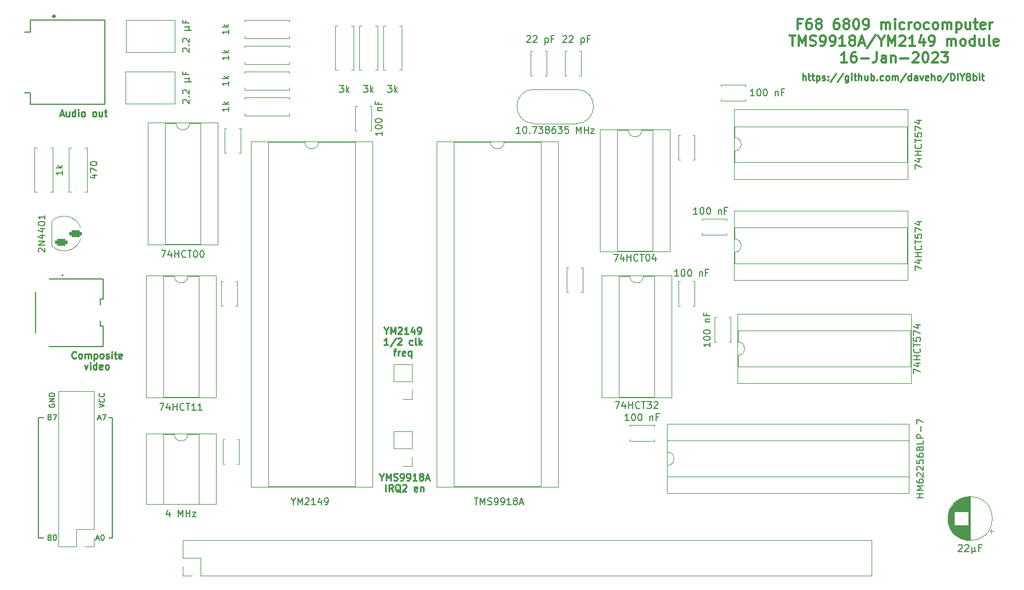
<source format=gto>
G04 #@! TF.GenerationSoftware,KiCad,Pcbnew,6.0.10-86aedd382b~118~ubuntu20.04.1*
G04 #@! TF.CreationDate,2023-01-16T18:18:11-05:00*
G04 #@! TF.ProjectId,TMS9918A_YM2149,544d5339-3931-4384-915f-594d32313439,1*
G04 #@! TF.SameCoordinates,Original*
G04 #@! TF.FileFunction,Legend,Top*
G04 #@! TF.FilePolarity,Positive*
%FSLAX46Y46*%
G04 Gerber Fmt 4.6, Leading zero omitted, Abs format (unit mm)*
G04 Created by KiCad (PCBNEW 6.0.10-86aedd382b~118~ubuntu20.04.1) date 2023-01-16 18:18:11*
%MOMM*%
%LPD*%
G01*
G04 APERTURE LIST*
G04 Aperture macros list*
%AMRoundRect*
0 Rectangle with rounded corners*
0 $1 Rounding radius*
0 $2 $3 $4 $5 $6 $7 $8 $9 X,Y pos of 4 corners*
0 Add a 4 corners polygon primitive as box body*
4,1,4,$2,$3,$4,$5,$6,$7,$8,$9,$2,$3,0*
0 Add four circle primitives for the rounded corners*
1,1,$1+$1,$2,$3*
1,1,$1+$1,$4,$5*
1,1,$1+$1,$6,$7*
1,1,$1+$1,$8,$9*
0 Add four rect primitives between the rounded corners*
20,1,$1+$1,$2,$3,$4,$5,0*
20,1,$1+$1,$4,$5,$6,$7,0*
20,1,$1+$1,$6,$7,$8,$9,0*
20,1,$1+$1,$8,$9,$2,$3,0*%
G04 Aperture macros list end*
%ADD10C,0.152400*%
%ADD11C,0.250000*%
%ADD12C,0.200000*%
%ADD13C,0.304800*%
%ADD14C,0.150000*%
%ADD15C,0.120000*%
%ADD16C,0.127000*%
%ADD17C,0.340000*%
%ADD18C,3.200000*%
%ADD19R,1.600000X1.600000*%
%ADD20C,1.600000*%
%ADD21R,1.700000X1.700000*%
%ADD22O,1.700000X1.700000*%
%ADD23O,1.600000X1.600000*%
%ADD24R,1.800000X1.100000*%
%ADD25RoundRect,0.275000X-0.625000X0.275000X-0.625000X-0.275000X0.625000X-0.275000X0.625000X0.275000X0*%
%ADD26C,1.500000*%
%ADD27O,1.950000X3.900000*%
%ADD28O,3.400000X1.700000*%
%ADD29C,1.200000*%
%ADD30O,1.308000X2.616000*%
%ADD31O,2.616000X1.308000*%
G04 APERTURE END LIST*
D10*
X66294000Y-137160000D02*
X67056000Y-137160000D01*
X77216000Y-119380000D02*
X77216000Y-137160000D01*
X77216000Y-137160000D02*
X76708000Y-137160000D01*
X67056000Y-119380000D02*
X66294000Y-119380000D01*
X66294000Y-119380000D02*
X66294000Y-137160000D01*
X76708000Y-119380000D02*
X77216000Y-119380000D01*
D11*
X179198666Y-69540380D02*
X179198666Y-68540380D01*
X179627238Y-69540380D02*
X179627238Y-69016571D01*
X179579619Y-68921333D01*
X179484380Y-68873714D01*
X179341523Y-68873714D01*
X179246285Y-68921333D01*
X179198666Y-68968952D01*
X179960571Y-68873714D02*
X180341523Y-68873714D01*
X180103428Y-68540380D02*
X180103428Y-69397523D01*
X180151047Y-69492761D01*
X180246285Y-69540380D01*
X180341523Y-69540380D01*
X180532000Y-68873714D02*
X180912952Y-68873714D01*
X180674857Y-68540380D02*
X180674857Y-69397523D01*
X180722476Y-69492761D01*
X180817714Y-69540380D01*
X180912952Y-69540380D01*
X181246285Y-68873714D02*
X181246285Y-69873714D01*
X181246285Y-68921333D02*
X181341523Y-68873714D01*
X181532000Y-68873714D01*
X181627238Y-68921333D01*
X181674857Y-68968952D01*
X181722476Y-69064190D01*
X181722476Y-69349904D01*
X181674857Y-69445142D01*
X181627238Y-69492761D01*
X181532000Y-69540380D01*
X181341523Y-69540380D01*
X181246285Y-69492761D01*
X182103428Y-69492761D02*
X182198666Y-69540380D01*
X182389142Y-69540380D01*
X182484380Y-69492761D01*
X182532000Y-69397523D01*
X182532000Y-69349904D01*
X182484380Y-69254666D01*
X182389142Y-69207047D01*
X182246285Y-69207047D01*
X182151047Y-69159428D01*
X182103428Y-69064190D01*
X182103428Y-69016571D01*
X182151047Y-68921333D01*
X182246285Y-68873714D01*
X182389142Y-68873714D01*
X182484380Y-68921333D01*
X182960571Y-69445142D02*
X183008190Y-69492761D01*
X182960571Y-69540380D01*
X182912952Y-69492761D01*
X182960571Y-69445142D01*
X182960571Y-69540380D01*
X182960571Y-68921333D02*
X183008190Y-68968952D01*
X182960571Y-69016571D01*
X182912952Y-68968952D01*
X182960571Y-68921333D01*
X182960571Y-69016571D01*
X184151047Y-68492761D02*
X183293904Y-69778476D01*
X185198666Y-68492761D02*
X184341523Y-69778476D01*
X185960571Y-68873714D02*
X185960571Y-69683238D01*
X185912952Y-69778476D01*
X185865333Y-69826095D01*
X185770095Y-69873714D01*
X185627238Y-69873714D01*
X185532000Y-69826095D01*
X185960571Y-69492761D02*
X185865333Y-69540380D01*
X185674857Y-69540380D01*
X185579619Y-69492761D01*
X185532000Y-69445142D01*
X185484380Y-69349904D01*
X185484380Y-69064190D01*
X185532000Y-68968952D01*
X185579619Y-68921333D01*
X185674857Y-68873714D01*
X185865333Y-68873714D01*
X185960571Y-68921333D01*
X186436761Y-69540380D02*
X186436761Y-68873714D01*
X186436761Y-68540380D02*
X186389142Y-68588000D01*
X186436761Y-68635619D01*
X186484380Y-68588000D01*
X186436761Y-68540380D01*
X186436761Y-68635619D01*
X186770095Y-68873714D02*
X187151047Y-68873714D01*
X186912952Y-68540380D02*
X186912952Y-69397523D01*
X186960571Y-69492761D01*
X187055809Y-69540380D01*
X187151047Y-69540380D01*
X187484380Y-69540380D02*
X187484380Y-68540380D01*
X187912952Y-69540380D02*
X187912952Y-69016571D01*
X187865333Y-68921333D01*
X187770095Y-68873714D01*
X187627238Y-68873714D01*
X187532000Y-68921333D01*
X187484380Y-68968952D01*
X188817714Y-68873714D02*
X188817714Y-69540380D01*
X188389142Y-68873714D02*
X188389142Y-69397523D01*
X188436761Y-69492761D01*
X188532000Y-69540380D01*
X188674857Y-69540380D01*
X188770095Y-69492761D01*
X188817714Y-69445142D01*
X189293904Y-69540380D02*
X189293904Y-68540380D01*
X189293904Y-68921333D02*
X189389142Y-68873714D01*
X189579619Y-68873714D01*
X189674857Y-68921333D01*
X189722476Y-68968952D01*
X189770095Y-69064190D01*
X189770095Y-69349904D01*
X189722476Y-69445142D01*
X189674857Y-69492761D01*
X189579619Y-69540380D01*
X189389142Y-69540380D01*
X189293904Y-69492761D01*
X190198666Y-69445142D02*
X190246285Y-69492761D01*
X190198666Y-69540380D01*
X190151047Y-69492761D01*
X190198666Y-69445142D01*
X190198666Y-69540380D01*
X191103428Y-69492761D02*
X191008190Y-69540380D01*
X190817714Y-69540380D01*
X190722476Y-69492761D01*
X190674857Y-69445142D01*
X190627238Y-69349904D01*
X190627238Y-69064190D01*
X190674857Y-68968952D01*
X190722476Y-68921333D01*
X190817714Y-68873714D01*
X191008190Y-68873714D01*
X191103428Y-68921333D01*
X191674857Y-69540380D02*
X191579619Y-69492761D01*
X191532000Y-69445142D01*
X191484380Y-69349904D01*
X191484380Y-69064190D01*
X191532000Y-68968952D01*
X191579619Y-68921333D01*
X191674857Y-68873714D01*
X191817714Y-68873714D01*
X191912952Y-68921333D01*
X191960571Y-68968952D01*
X192008190Y-69064190D01*
X192008190Y-69349904D01*
X191960571Y-69445142D01*
X191912952Y-69492761D01*
X191817714Y-69540380D01*
X191674857Y-69540380D01*
X192436761Y-69540380D02*
X192436761Y-68873714D01*
X192436761Y-68968952D02*
X192484380Y-68921333D01*
X192579619Y-68873714D01*
X192722476Y-68873714D01*
X192817714Y-68921333D01*
X192865333Y-69016571D01*
X192865333Y-69540380D01*
X192865333Y-69016571D02*
X192912952Y-68921333D01*
X193008190Y-68873714D01*
X193151047Y-68873714D01*
X193246285Y-68921333D01*
X193293904Y-69016571D01*
X193293904Y-69540380D01*
X194484380Y-68492761D02*
X193627238Y-69778476D01*
X195246285Y-69540380D02*
X195246285Y-68540380D01*
X195246285Y-69492761D02*
X195151047Y-69540380D01*
X194960571Y-69540380D01*
X194865333Y-69492761D01*
X194817714Y-69445142D01*
X194770095Y-69349904D01*
X194770095Y-69064190D01*
X194817714Y-68968952D01*
X194865333Y-68921333D01*
X194960571Y-68873714D01*
X195151047Y-68873714D01*
X195246285Y-68921333D01*
X196151047Y-69540380D02*
X196151047Y-69016571D01*
X196103428Y-68921333D01*
X196008190Y-68873714D01*
X195817714Y-68873714D01*
X195722476Y-68921333D01*
X196151047Y-69492761D02*
X196055809Y-69540380D01*
X195817714Y-69540380D01*
X195722476Y-69492761D01*
X195674857Y-69397523D01*
X195674857Y-69302285D01*
X195722476Y-69207047D01*
X195817714Y-69159428D01*
X196055809Y-69159428D01*
X196151047Y-69111809D01*
X196532000Y-68873714D02*
X196770095Y-69540380D01*
X197008190Y-68873714D01*
X197770095Y-69492761D02*
X197674857Y-69540380D01*
X197484380Y-69540380D01*
X197389142Y-69492761D01*
X197341523Y-69397523D01*
X197341523Y-69016571D01*
X197389142Y-68921333D01*
X197484380Y-68873714D01*
X197674857Y-68873714D01*
X197770095Y-68921333D01*
X197817714Y-69016571D01*
X197817714Y-69111809D01*
X197341523Y-69207047D01*
X198246285Y-69540380D02*
X198246285Y-68540380D01*
X198674857Y-69540380D02*
X198674857Y-69016571D01*
X198627238Y-68921333D01*
X198532000Y-68873714D01*
X198389142Y-68873714D01*
X198293904Y-68921333D01*
X198246285Y-68968952D01*
X199293904Y-69540380D02*
X199198666Y-69492761D01*
X199151047Y-69445142D01*
X199103428Y-69349904D01*
X199103428Y-69064190D01*
X199151047Y-68968952D01*
X199198666Y-68921333D01*
X199293904Y-68873714D01*
X199436761Y-68873714D01*
X199532000Y-68921333D01*
X199579619Y-68968952D01*
X199627238Y-69064190D01*
X199627238Y-69349904D01*
X199579619Y-69445142D01*
X199532000Y-69492761D01*
X199436761Y-69540380D01*
X199293904Y-69540380D01*
X200770095Y-68492761D02*
X199912952Y-69778476D01*
X201103428Y-69540380D02*
X201103428Y-68540380D01*
X201341523Y-68540380D01*
X201484380Y-68588000D01*
X201579619Y-68683238D01*
X201627238Y-68778476D01*
X201674857Y-68968952D01*
X201674857Y-69111809D01*
X201627238Y-69302285D01*
X201579619Y-69397523D01*
X201484380Y-69492761D01*
X201341523Y-69540380D01*
X201103428Y-69540380D01*
X202103428Y-69540380D02*
X202103428Y-68540380D01*
X202770095Y-69064190D02*
X202770095Y-69540380D01*
X202436761Y-68540380D02*
X202770095Y-69064190D01*
X203103428Y-68540380D01*
X203579619Y-68968952D02*
X203484380Y-68921333D01*
X203436761Y-68873714D01*
X203389142Y-68778476D01*
X203389142Y-68730857D01*
X203436761Y-68635619D01*
X203484380Y-68588000D01*
X203579619Y-68540380D01*
X203770095Y-68540380D01*
X203865333Y-68588000D01*
X203912952Y-68635619D01*
X203960571Y-68730857D01*
X203960571Y-68778476D01*
X203912952Y-68873714D01*
X203865333Y-68921333D01*
X203770095Y-68968952D01*
X203579619Y-68968952D01*
X203484380Y-69016571D01*
X203436761Y-69064190D01*
X203389142Y-69159428D01*
X203389142Y-69349904D01*
X203436761Y-69445142D01*
X203484380Y-69492761D01*
X203579619Y-69540380D01*
X203770095Y-69540380D01*
X203865333Y-69492761D01*
X203912952Y-69445142D01*
X203960571Y-69349904D01*
X203960571Y-69159428D01*
X203912952Y-69064190D01*
X203865333Y-69016571D01*
X203770095Y-68968952D01*
X204389142Y-69540380D02*
X204389142Y-68540380D01*
X204389142Y-68921333D02*
X204484380Y-68873714D01*
X204674857Y-68873714D01*
X204770095Y-68921333D01*
X204817714Y-68968952D01*
X204865333Y-69064190D01*
X204865333Y-69349904D01*
X204817714Y-69445142D01*
X204770095Y-69492761D01*
X204674857Y-69540380D01*
X204484380Y-69540380D01*
X204389142Y-69492761D01*
X205293904Y-69540380D02*
X205293904Y-68873714D01*
X205293904Y-68540380D02*
X205246285Y-68588000D01*
X205293904Y-68635619D01*
X205341523Y-68588000D01*
X205293904Y-68540380D01*
X205293904Y-68635619D01*
X205627238Y-68873714D02*
X206008190Y-68873714D01*
X205770095Y-68540380D02*
X205770095Y-69397523D01*
X205817714Y-69492761D01*
X205912952Y-69540380D01*
X206008190Y-69540380D01*
D12*
X74866571Y-137293333D02*
X75247523Y-137293333D01*
X74790380Y-137521904D02*
X75057047Y-136721904D01*
X75323714Y-137521904D01*
X75742761Y-136721904D02*
X75818952Y-136721904D01*
X75895142Y-136760000D01*
X75933238Y-136798095D01*
X75971333Y-136874285D01*
X76009428Y-137026666D01*
X76009428Y-137217142D01*
X75971333Y-137369523D01*
X75933238Y-137445714D01*
X75895142Y-137483809D01*
X75818952Y-137521904D01*
X75742761Y-137521904D01*
X75666571Y-137483809D01*
X75628476Y-137445714D01*
X75590380Y-137369523D01*
X75552285Y-137217142D01*
X75552285Y-137026666D01*
X75590380Y-136874285D01*
X75628476Y-136798095D01*
X75666571Y-136760000D01*
X75742761Y-136721904D01*
D11*
X71858571Y-110550142D02*
X71810952Y-110597761D01*
X71668095Y-110645380D01*
X71572857Y-110645380D01*
X71430000Y-110597761D01*
X71334761Y-110502523D01*
X71287142Y-110407285D01*
X71239523Y-110216809D01*
X71239523Y-110073952D01*
X71287142Y-109883476D01*
X71334761Y-109788238D01*
X71430000Y-109693000D01*
X71572857Y-109645380D01*
X71668095Y-109645380D01*
X71810952Y-109693000D01*
X71858571Y-109740619D01*
X72430000Y-110645380D02*
X72334761Y-110597761D01*
X72287142Y-110550142D01*
X72239523Y-110454904D01*
X72239523Y-110169190D01*
X72287142Y-110073952D01*
X72334761Y-110026333D01*
X72430000Y-109978714D01*
X72572857Y-109978714D01*
X72668095Y-110026333D01*
X72715714Y-110073952D01*
X72763333Y-110169190D01*
X72763333Y-110454904D01*
X72715714Y-110550142D01*
X72668095Y-110597761D01*
X72572857Y-110645380D01*
X72430000Y-110645380D01*
X73191904Y-110645380D02*
X73191904Y-109978714D01*
X73191904Y-110073952D02*
X73239523Y-110026333D01*
X73334761Y-109978714D01*
X73477619Y-109978714D01*
X73572857Y-110026333D01*
X73620476Y-110121571D01*
X73620476Y-110645380D01*
X73620476Y-110121571D02*
X73668095Y-110026333D01*
X73763333Y-109978714D01*
X73906190Y-109978714D01*
X74001428Y-110026333D01*
X74049047Y-110121571D01*
X74049047Y-110645380D01*
X74525238Y-109978714D02*
X74525238Y-110978714D01*
X74525238Y-110026333D02*
X74620476Y-109978714D01*
X74810952Y-109978714D01*
X74906190Y-110026333D01*
X74953809Y-110073952D01*
X75001428Y-110169190D01*
X75001428Y-110454904D01*
X74953809Y-110550142D01*
X74906190Y-110597761D01*
X74810952Y-110645380D01*
X74620476Y-110645380D01*
X74525238Y-110597761D01*
X75572857Y-110645380D02*
X75477619Y-110597761D01*
X75430000Y-110550142D01*
X75382380Y-110454904D01*
X75382380Y-110169190D01*
X75430000Y-110073952D01*
X75477619Y-110026333D01*
X75572857Y-109978714D01*
X75715714Y-109978714D01*
X75810952Y-110026333D01*
X75858571Y-110073952D01*
X75906190Y-110169190D01*
X75906190Y-110454904D01*
X75858571Y-110550142D01*
X75810952Y-110597761D01*
X75715714Y-110645380D01*
X75572857Y-110645380D01*
X76287142Y-110597761D02*
X76382380Y-110645380D01*
X76572857Y-110645380D01*
X76668095Y-110597761D01*
X76715714Y-110502523D01*
X76715714Y-110454904D01*
X76668095Y-110359666D01*
X76572857Y-110312047D01*
X76430000Y-110312047D01*
X76334761Y-110264428D01*
X76287142Y-110169190D01*
X76287142Y-110121571D01*
X76334761Y-110026333D01*
X76430000Y-109978714D01*
X76572857Y-109978714D01*
X76668095Y-110026333D01*
X77144285Y-110645380D02*
X77144285Y-109978714D01*
X77144285Y-109645380D02*
X77096666Y-109693000D01*
X77144285Y-109740619D01*
X77191904Y-109693000D01*
X77144285Y-109645380D01*
X77144285Y-109740619D01*
X77477619Y-109978714D02*
X77858571Y-109978714D01*
X77620476Y-109645380D02*
X77620476Y-110502523D01*
X77668095Y-110597761D01*
X77763333Y-110645380D01*
X77858571Y-110645380D01*
X78572857Y-110597761D02*
X78477619Y-110645380D01*
X78287142Y-110645380D01*
X78191904Y-110597761D01*
X78144285Y-110502523D01*
X78144285Y-110121571D01*
X78191904Y-110026333D01*
X78287142Y-109978714D01*
X78477619Y-109978714D01*
X78572857Y-110026333D01*
X78620476Y-110121571D01*
X78620476Y-110216809D01*
X78144285Y-110312047D01*
X73120476Y-111588714D02*
X73358571Y-112255380D01*
X73596666Y-111588714D01*
X73977619Y-112255380D02*
X73977619Y-111588714D01*
X73977619Y-111255380D02*
X73930000Y-111303000D01*
X73977619Y-111350619D01*
X74025238Y-111303000D01*
X73977619Y-111255380D01*
X73977619Y-111350619D01*
X74882380Y-112255380D02*
X74882380Y-111255380D01*
X74882380Y-112207761D02*
X74787142Y-112255380D01*
X74596666Y-112255380D01*
X74501428Y-112207761D01*
X74453809Y-112160142D01*
X74406190Y-112064904D01*
X74406190Y-111779190D01*
X74453809Y-111683952D01*
X74501428Y-111636333D01*
X74596666Y-111588714D01*
X74787142Y-111588714D01*
X74882380Y-111636333D01*
X75739523Y-112207761D02*
X75644285Y-112255380D01*
X75453809Y-112255380D01*
X75358571Y-112207761D01*
X75310952Y-112112523D01*
X75310952Y-111731571D01*
X75358571Y-111636333D01*
X75453809Y-111588714D01*
X75644285Y-111588714D01*
X75739523Y-111636333D01*
X75787142Y-111731571D01*
X75787142Y-111826809D01*
X75310952Y-111922047D01*
X76358571Y-112255380D02*
X76263333Y-112207761D01*
X76215714Y-112160142D01*
X76168095Y-112064904D01*
X76168095Y-111779190D01*
X76215714Y-111683952D01*
X76263333Y-111636333D01*
X76358571Y-111588714D01*
X76501428Y-111588714D01*
X76596666Y-111636333D01*
X76644285Y-111683952D01*
X76691904Y-111779190D01*
X76691904Y-112064904D01*
X76644285Y-112160142D01*
X76596666Y-112207761D01*
X76501428Y-112255380D01*
X76358571Y-112255380D01*
D13*
X178997428Y-61191502D02*
X178489428Y-61191502D01*
X178489428Y-61989788D02*
X178489428Y-60465788D01*
X179215142Y-60465788D01*
X180448857Y-60465788D02*
X180158571Y-60465788D01*
X180013428Y-60538360D01*
X179940857Y-60610931D01*
X179795714Y-60828645D01*
X179723142Y-61118931D01*
X179723142Y-61699502D01*
X179795714Y-61844645D01*
X179868285Y-61917217D01*
X180013428Y-61989788D01*
X180303714Y-61989788D01*
X180448857Y-61917217D01*
X180521428Y-61844645D01*
X180594000Y-61699502D01*
X180594000Y-61336645D01*
X180521428Y-61191502D01*
X180448857Y-61118931D01*
X180303714Y-61046360D01*
X180013428Y-61046360D01*
X179868285Y-61118931D01*
X179795714Y-61191502D01*
X179723142Y-61336645D01*
X181464857Y-61118931D02*
X181319714Y-61046360D01*
X181247142Y-60973788D01*
X181174571Y-60828645D01*
X181174571Y-60756074D01*
X181247142Y-60610931D01*
X181319714Y-60538360D01*
X181464857Y-60465788D01*
X181755142Y-60465788D01*
X181900285Y-60538360D01*
X181972857Y-60610931D01*
X182045428Y-60756074D01*
X182045428Y-60828645D01*
X181972857Y-60973788D01*
X181900285Y-61046360D01*
X181755142Y-61118931D01*
X181464857Y-61118931D01*
X181319714Y-61191502D01*
X181247142Y-61264074D01*
X181174571Y-61409217D01*
X181174571Y-61699502D01*
X181247142Y-61844645D01*
X181319714Y-61917217D01*
X181464857Y-61989788D01*
X181755142Y-61989788D01*
X181900285Y-61917217D01*
X181972857Y-61844645D01*
X182045428Y-61699502D01*
X182045428Y-61409217D01*
X181972857Y-61264074D01*
X181900285Y-61191502D01*
X181755142Y-61118931D01*
X184512857Y-60465788D02*
X184222571Y-60465788D01*
X184077428Y-60538360D01*
X184004857Y-60610931D01*
X183859714Y-60828645D01*
X183787142Y-61118931D01*
X183787142Y-61699502D01*
X183859714Y-61844645D01*
X183932285Y-61917217D01*
X184077428Y-61989788D01*
X184367714Y-61989788D01*
X184512857Y-61917217D01*
X184585428Y-61844645D01*
X184658000Y-61699502D01*
X184658000Y-61336645D01*
X184585428Y-61191502D01*
X184512857Y-61118931D01*
X184367714Y-61046360D01*
X184077428Y-61046360D01*
X183932285Y-61118931D01*
X183859714Y-61191502D01*
X183787142Y-61336645D01*
X185528857Y-61118931D02*
X185383714Y-61046360D01*
X185311142Y-60973788D01*
X185238571Y-60828645D01*
X185238571Y-60756074D01*
X185311142Y-60610931D01*
X185383714Y-60538360D01*
X185528857Y-60465788D01*
X185819142Y-60465788D01*
X185964285Y-60538360D01*
X186036857Y-60610931D01*
X186109428Y-60756074D01*
X186109428Y-60828645D01*
X186036857Y-60973788D01*
X185964285Y-61046360D01*
X185819142Y-61118931D01*
X185528857Y-61118931D01*
X185383714Y-61191502D01*
X185311142Y-61264074D01*
X185238571Y-61409217D01*
X185238571Y-61699502D01*
X185311142Y-61844645D01*
X185383714Y-61917217D01*
X185528857Y-61989788D01*
X185819142Y-61989788D01*
X185964285Y-61917217D01*
X186036857Y-61844645D01*
X186109428Y-61699502D01*
X186109428Y-61409217D01*
X186036857Y-61264074D01*
X185964285Y-61191502D01*
X185819142Y-61118931D01*
X187052857Y-60465788D02*
X187198000Y-60465788D01*
X187343142Y-60538360D01*
X187415714Y-60610931D01*
X187488285Y-60756074D01*
X187560857Y-61046360D01*
X187560857Y-61409217D01*
X187488285Y-61699502D01*
X187415714Y-61844645D01*
X187343142Y-61917217D01*
X187198000Y-61989788D01*
X187052857Y-61989788D01*
X186907714Y-61917217D01*
X186835142Y-61844645D01*
X186762571Y-61699502D01*
X186690000Y-61409217D01*
X186690000Y-61046360D01*
X186762571Y-60756074D01*
X186835142Y-60610931D01*
X186907714Y-60538360D01*
X187052857Y-60465788D01*
X188286571Y-61989788D02*
X188576857Y-61989788D01*
X188722000Y-61917217D01*
X188794571Y-61844645D01*
X188939714Y-61626931D01*
X189012285Y-61336645D01*
X189012285Y-60756074D01*
X188939714Y-60610931D01*
X188867142Y-60538360D01*
X188722000Y-60465788D01*
X188431714Y-60465788D01*
X188286571Y-60538360D01*
X188214000Y-60610931D01*
X188141428Y-60756074D01*
X188141428Y-61118931D01*
X188214000Y-61264074D01*
X188286571Y-61336645D01*
X188431714Y-61409217D01*
X188722000Y-61409217D01*
X188867142Y-61336645D01*
X188939714Y-61264074D01*
X189012285Y-61118931D01*
X190826571Y-61989788D02*
X190826571Y-60973788D01*
X190826571Y-61118931D02*
X190899142Y-61046360D01*
X191044285Y-60973788D01*
X191262000Y-60973788D01*
X191407142Y-61046360D01*
X191479714Y-61191502D01*
X191479714Y-61989788D01*
X191479714Y-61191502D02*
X191552285Y-61046360D01*
X191697428Y-60973788D01*
X191915142Y-60973788D01*
X192060285Y-61046360D01*
X192132857Y-61191502D01*
X192132857Y-61989788D01*
X192858571Y-61989788D02*
X192858571Y-60973788D01*
X192858571Y-60465788D02*
X192786000Y-60538360D01*
X192858571Y-60610931D01*
X192931142Y-60538360D01*
X192858571Y-60465788D01*
X192858571Y-60610931D01*
X194237428Y-61917217D02*
X194092285Y-61989788D01*
X193802000Y-61989788D01*
X193656857Y-61917217D01*
X193584285Y-61844645D01*
X193511714Y-61699502D01*
X193511714Y-61264074D01*
X193584285Y-61118931D01*
X193656857Y-61046360D01*
X193802000Y-60973788D01*
X194092285Y-60973788D01*
X194237428Y-61046360D01*
X194890571Y-61989788D02*
X194890571Y-60973788D01*
X194890571Y-61264074D02*
X194963142Y-61118931D01*
X195035714Y-61046360D01*
X195180857Y-60973788D01*
X195326000Y-60973788D01*
X196051714Y-61989788D02*
X195906571Y-61917217D01*
X195834000Y-61844645D01*
X195761428Y-61699502D01*
X195761428Y-61264074D01*
X195834000Y-61118931D01*
X195906571Y-61046360D01*
X196051714Y-60973788D01*
X196269428Y-60973788D01*
X196414571Y-61046360D01*
X196487142Y-61118931D01*
X196559714Y-61264074D01*
X196559714Y-61699502D01*
X196487142Y-61844645D01*
X196414571Y-61917217D01*
X196269428Y-61989788D01*
X196051714Y-61989788D01*
X197866000Y-61917217D02*
X197720857Y-61989788D01*
X197430571Y-61989788D01*
X197285428Y-61917217D01*
X197212857Y-61844645D01*
X197140285Y-61699502D01*
X197140285Y-61264074D01*
X197212857Y-61118931D01*
X197285428Y-61046360D01*
X197430571Y-60973788D01*
X197720857Y-60973788D01*
X197866000Y-61046360D01*
X198736857Y-61989788D02*
X198591714Y-61917217D01*
X198519142Y-61844645D01*
X198446571Y-61699502D01*
X198446571Y-61264074D01*
X198519142Y-61118931D01*
X198591714Y-61046360D01*
X198736857Y-60973788D01*
X198954571Y-60973788D01*
X199099714Y-61046360D01*
X199172285Y-61118931D01*
X199244857Y-61264074D01*
X199244857Y-61699502D01*
X199172285Y-61844645D01*
X199099714Y-61917217D01*
X198954571Y-61989788D01*
X198736857Y-61989788D01*
X199898000Y-61989788D02*
X199898000Y-60973788D01*
X199898000Y-61118931D02*
X199970571Y-61046360D01*
X200115714Y-60973788D01*
X200333428Y-60973788D01*
X200478571Y-61046360D01*
X200551142Y-61191502D01*
X200551142Y-61989788D01*
X200551142Y-61191502D02*
X200623714Y-61046360D01*
X200768857Y-60973788D01*
X200986571Y-60973788D01*
X201131714Y-61046360D01*
X201204285Y-61191502D01*
X201204285Y-61989788D01*
X201930000Y-60973788D02*
X201930000Y-62497788D01*
X201930000Y-61046360D02*
X202075142Y-60973788D01*
X202365428Y-60973788D01*
X202510571Y-61046360D01*
X202583142Y-61118931D01*
X202655714Y-61264074D01*
X202655714Y-61699502D01*
X202583142Y-61844645D01*
X202510571Y-61917217D01*
X202365428Y-61989788D01*
X202075142Y-61989788D01*
X201930000Y-61917217D01*
X203962000Y-60973788D02*
X203962000Y-61989788D01*
X203308857Y-60973788D02*
X203308857Y-61772074D01*
X203381428Y-61917217D01*
X203526571Y-61989788D01*
X203744285Y-61989788D01*
X203889428Y-61917217D01*
X203962000Y-61844645D01*
X204470000Y-60973788D02*
X205050571Y-60973788D01*
X204687714Y-60465788D02*
X204687714Y-61772074D01*
X204760285Y-61917217D01*
X204905428Y-61989788D01*
X205050571Y-61989788D01*
X206139142Y-61917217D02*
X205994000Y-61989788D01*
X205703714Y-61989788D01*
X205558571Y-61917217D01*
X205486000Y-61772074D01*
X205486000Y-61191502D01*
X205558571Y-61046360D01*
X205703714Y-60973788D01*
X205994000Y-60973788D01*
X206139142Y-61046360D01*
X206211714Y-61191502D01*
X206211714Y-61336645D01*
X205486000Y-61481788D01*
X206864857Y-61989788D02*
X206864857Y-60973788D01*
X206864857Y-61264074D02*
X206937428Y-61118931D01*
X207010000Y-61046360D01*
X207155142Y-60973788D01*
X207300285Y-60973788D01*
X177255714Y-62919428D02*
X178126571Y-62919428D01*
X177691142Y-64443428D02*
X177691142Y-62919428D01*
X178634571Y-64443428D02*
X178634571Y-62919428D01*
X179142571Y-64008000D01*
X179650571Y-62919428D01*
X179650571Y-64443428D01*
X180303714Y-64370857D02*
X180521428Y-64443428D01*
X180884285Y-64443428D01*
X181029428Y-64370857D01*
X181102000Y-64298285D01*
X181174571Y-64153142D01*
X181174571Y-64008000D01*
X181102000Y-63862857D01*
X181029428Y-63790285D01*
X180884285Y-63717714D01*
X180594000Y-63645142D01*
X180448857Y-63572571D01*
X180376285Y-63500000D01*
X180303714Y-63354857D01*
X180303714Y-63209714D01*
X180376285Y-63064571D01*
X180448857Y-62992000D01*
X180594000Y-62919428D01*
X180956857Y-62919428D01*
X181174571Y-62992000D01*
X181900285Y-64443428D02*
X182190571Y-64443428D01*
X182335714Y-64370857D01*
X182408285Y-64298285D01*
X182553428Y-64080571D01*
X182626000Y-63790285D01*
X182626000Y-63209714D01*
X182553428Y-63064571D01*
X182480857Y-62992000D01*
X182335714Y-62919428D01*
X182045428Y-62919428D01*
X181900285Y-62992000D01*
X181827714Y-63064571D01*
X181755142Y-63209714D01*
X181755142Y-63572571D01*
X181827714Y-63717714D01*
X181900285Y-63790285D01*
X182045428Y-63862857D01*
X182335714Y-63862857D01*
X182480857Y-63790285D01*
X182553428Y-63717714D01*
X182626000Y-63572571D01*
X183351714Y-64443428D02*
X183642000Y-64443428D01*
X183787142Y-64370857D01*
X183859714Y-64298285D01*
X184004857Y-64080571D01*
X184077428Y-63790285D01*
X184077428Y-63209714D01*
X184004857Y-63064571D01*
X183932285Y-62992000D01*
X183787142Y-62919428D01*
X183496857Y-62919428D01*
X183351714Y-62992000D01*
X183279142Y-63064571D01*
X183206571Y-63209714D01*
X183206571Y-63572571D01*
X183279142Y-63717714D01*
X183351714Y-63790285D01*
X183496857Y-63862857D01*
X183787142Y-63862857D01*
X183932285Y-63790285D01*
X184004857Y-63717714D01*
X184077428Y-63572571D01*
X185528857Y-64443428D02*
X184658000Y-64443428D01*
X185093428Y-64443428D02*
X185093428Y-62919428D01*
X184948285Y-63137142D01*
X184803142Y-63282285D01*
X184658000Y-63354857D01*
X186399714Y-63572571D02*
X186254571Y-63500000D01*
X186182000Y-63427428D01*
X186109428Y-63282285D01*
X186109428Y-63209714D01*
X186182000Y-63064571D01*
X186254571Y-62992000D01*
X186399714Y-62919428D01*
X186690000Y-62919428D01*
X186835142Y-62992000D01*
X186907714Y-63064571D01*
X186980285Y-63209714D01*
X186980285Y-63282285D01*
X186907714Y-63427428D01*
X186835142Y-63500000D01*
X186690000Y-63572571D01*
X186399714Y-63572571D01*
X186254571Y-63645142D01*
X186182000Y-63717714D01*
X186109428Y-63862857D01*
X186109428Y-64153142D01*
X186182000Y-64298285D01*
X186254571Y-64370857D01*
X186399714Y-64443428D01*
X186690000Y-64443428D01*
X186835142Y-64370857D01*
X186907714Y-64298285D01*
X186980285Y-64153142D01*
X186980285Y-63862857D01*
X186907714Y-63717714D01*
X186835142Y-63645142D01*
X186690000Y-63572571D01*
X187560857Y-64008000D02*
X188286571Y-64008000D01*
X187415714Y-64443428D02*
X187923714Y-62919428D01*
X188431714Y-64443428D01*
X190028285Y-62846857D02*
X188722000Y-64806285D01*
X190826571Y-63717714D02*
X190826571Y-64443428D01*
X190318571Y-62919428D02*
X190826571Y-63717714D01*
X191334571Y-62919428D01*
X191842571Y-64443428D02*
X191842571Y-62919428D01*
X192350571Y-64008000D01*
X192858571Y-62919428D01*
X192858571Y-64443428D01*
X193511714Y-63064571D02*
X193584285Y-62992000D01*
X193729428Y-62919428D01*
X194092285Y-62919428D01*
X194237428Y-62992000D01*
X194310000Y-63064571D01*
X194382571Y-63209714D01*
X194382571Y-63354857D01*
X194310000Y-63572571D01*
X193439142Y-64443428D01*
X194382571Y-64443428D01*
X195834000Y-64443428D02*
X194963142Y-64443428D01*
X195398571Y-64443428D02*
X195398571Y-62919428D01*
X195253428Y-63137142D01*
X195108285Y-63282285D01*
X194963142Y-63354857D01*
X197140285Y-63427428D02*
X197140285Y-64443428D01*
X196777428Y-62846857D02*
X196414571Y-63935428D01*
X197358000Y-63935428D01*
X198011142Y-64443428D02*
X198301428Y-64443428D01*
X198446571Y-64370857D01*
X198519142Y-64298285D01*
X198664285Y-64080571D01*
X198736857Y-63790285D01*
X198736857Y-63209714D01*
X198664285Y-63064571D01*
X198591714Y-62992000D01*
X198446571Y-62919428D01*
X198156285Y-62919428D01*
X198011142Y-62992000D01*
X197938571Y-63064571D01*
X197866000Y-63209714D01*
X197866000Y-63572571D01*
X197938571Y-63717714D01*
X198011142Y-63790285D01*
X198156285Y-63862857D01*
X198446571Y-63862857D01*
X198591714Y-63790285D01*
X198664285Y-63717714D01*
X198736857Y-63572571D01*
X200551142Y-64443428D02*
X200551142Y-63427428D01*
X200551142Y-63572571D02*
X200623714Y-63500000D01*
X200768857Y-63427428D01*
X200986571Y-63427428D01*
X201131714Y-63500000D01*
X201204285Y-63645142D01*
X201204285Y-64443428D01*
X201204285Y-63645142D02*
X201276857Y-63500000D01*
X201422000Y-63427428D01*
X201639714Y-63427428D01*
X201784857Y-63500000D01*
X201857428Y-63645142D01*
X201857428Y-64443428D01*
X202800857Y-64443428D02*
X202655714Y-64370857D01*
X202583142Y-64298285D01*
X202510571Y-64153142D01*
X202510571Y-63717714D01*
X202583142Y-63572571D01*
X202655714Y-63500000D01*
X202800857Y-63427428D01*
X203018571Y-63427428D01*
X203163714Y-63500000D01*
X203236285Y-63572571D01*
X203308857Y-63717714D01*
X203308857Y-64153142D01*
X203236285Y-64298285D01*
X203163714Y-64370857D01*
X203018571Y-64443428D01*
X202800857Y-64443428D01*
X204615142Y-64443428D02*
X204615142Y-62919428D01*
X204615142Y-64370857D02*
X204470000Y-64443428D01*
X204179714Y-64443428D01*
X204034571Y-64370857D01*
X203962000Y-64298285D01*
X203889428Y-64153142D01*
X203889428Y-63717714D01*
X203962000Y-63572571D01*
X204034571Y-63500000D01*
X204179714Y-63427428D01*
X204470000Y-63427428D01*
X204615142Y-63500000D01*
X205994000Y-63427428D02*
X205994000Y-64443428D01*
X205340857Y-63427428D02*
X205340857Y-64225714D01*
X205413428Y-64370857D01*
X205558571Y-64443428D01*
X205776285Y-64443428D01*
X205921428Y-64370857D01*
X205994000Y-64298285D01*
X206937428Y-64443428D02*
X206792285Y-64370857D01*
X206719714Y-64225714D01*
X206719714Y-62919428D01*
X208098571Y-64370857D02*
X207953428Y-64443428D01*
X207663142Y-64443428D01*
X207518000Y-64370857D01*
X207445428Y-64225714D01*
X207445428Y-63645142D01*
X207518000Y-63500000D01*
X207663142Y-63427428D01*
X207953428Y-63427428D01*
X208098571Y-63500000D01*
X208171142Y-63645142D01*
X208171142Y-63790285D01*
X207445428Y-63935428D01*
X185746571Y-66897068D02*
X184875714Y-66897068D01*
X185311142Y-66897068D02*
X185311142Y-65373068D01*
X185166000Y-65590782D01*
X185020857Y-65735925D01*
X184875714Y-65808497D01*
X187052857Y-65373068D02*
X186762571Y-65373068D01*
X186617428Y-65445640D01*
X186544857Y-65518211D01*
X186399714Y-65735925D01*
X186327142Y-66026211D01*
X186327142Y-66606782D01*
X186399714Y-66751925D01*
X186472285Y-66824497D01*
X186617428Y-66897068D01*
X186907714Y-66897068D01*
X187052857Y-66824497D01*
X187125428Y-66751925D01*
X187198000Y-66606782D01*
X187198000Y-66243925D01*
X187125428Y-66098782D01*
X187052857Y-66026211D01*
X186907714Y-65953640D01*
X186617428Y-65953640D01*
X186472285Y-66026211D01*
X186399714Y-66098782D01*
X186327142Y-66243925D01*
X187851142Y-66316497D02*
X189012285Y-66316497D01*
X190173428Y-65373068D02*
X190173428Y-66461640D01*
X190100857Y-66679354D01*
X189955714Y-66824497D01*
X189738000Y-66897068D01*
X189592857Y-66897068D01*
X191552285Y-66897068D02*
X191552285Y-66098782D01*
X191479714Y-65953640D01*
X191334571Y-65881068D01*
X191044285Y-65881068D01*
X190899142Y-65953640D01*
X191552285Y-66824497D02*
X191407142Y-66897068D01*
X191044285Y-66897068D01*
X190899142Y-66824497D01*
X190826571Y-66679354D01*
X190826571Y-66534211D01*
X190899142Y-66389068D01*
X191044285Y-66316497D01*
X191407142Y-66316497D01*
X191552285Y-66243925D01*
X192278000Y-65881068D02*
X192278000Y-66897068D01*
X192278000Y-66026211D02*
X192350571Y-65953640D01*
X192495714Y-65881068D01*
X192713428Y-65881068D01*
X192858571Y-65953640D01*
X192931142Y-66098782D01*
X192931142Y-66897068D01*
X193656857Y-66316497D02*
X194818000Y-66316497D01*
X195471142Y-65518211D02*
X195543714Y-65445640D01*
X195688857Y-65373068D01*
X196051714Y-65373068D01*
X196196857Y-65445640D01*
X196269428Y-65518211D01*
X196342000Y-65663354D01*
X196342000Y-65808497D01*
X196269428Y-66026211D01*
X195398571Y-66897068D01*
X196342000Y-66897068D01*
X197285428Y-65373068D02*
X197430571Y-65373068D01*
X197575714Y-65445640D01*
X197648285Y-65518211D01*
X197720857Y-65663354D01*
X197793428Y-65953640D01*
X197793428Y-66316497D01*
X197720857Y-66606782D01*
X197648285Y-66751925D01*
X197575714Y-66824497D01*
X197430571Y-66897068D01*
X197285428Y-66897068D01*
X197140285Y-66824497D01*
X197067714Y-66751925D01*
X196995142Y-66606782D01*
X196922571Y-66316497D01*
X196922571Y-65953640D01*
X196995142Y-65663354D01*
X197067714Y-65518211D01*
X197140285Y-65445640D01*
X197285428Y-65373068D01*
X198374000Y-65518211D02*
X198446571Y-65445640D01*
X198591714Y-65373068D01*
X198954571Y-65373068D01*
X199099714Y-65445640D01*
X199172285Y-65518211D01*
X199244857Y-65663354D01*
X199244857Y-65808497D01*
X199172285Y-66026211D01*
X198301428Y-66897068D01*
X199244857Y-66897068D01*
X199752857Y-65373068D02*
X200696285Y-65373068D01*
X200188285Y-65953640D01*
X200406000Y-65953640D01*
X200551142Y-66026211D01*
X200623714Y-66098782D01*
X200696285Y-66243925D01*
X200696285Y-66606782D01*
X200623714Y-66751925D01*
X200551142Y-66824497D01*
X200406000Y-66897068D01*
X199970571Y-66897068D01*
X199825428Y-66824497D01*
X199752857Y-66751925D01*
D11*
X69493238Y-74588666D02*
X69969428Y-74588666D01*
X69398000Y-74874380D02*
X69731333Y-73874380D01*
X70064666Y-74874380D01*
X70826571Y-74207714D02*
X70826571Y-74874380D01*
X70398000Y-74207714D02*
X70398000Y-74731523D01*
X70445619Y-74826761D01*
X70540857Y-74874380D01*
X70683714Y-74874380D01*
X70778952Y-74826761D01*
X70826571Y-74779142D01*
X71731333Y-74874380D02*
X71731333Y-73874380D01*
X71731333Y-74826761D02*
X71636095Y-74874380D01*
X71445619Y-74874380D01*
X71350380Y-74826761D01*
X71302761Y-74779142D01*
X71255142Y-74683904D01*
X71255142Y-74398190D01*
X71302761Y-74302952D01*
X71350380Y-74255333D01*
X71445619Y-74207714D01*
X71636095Y-74207714D01*
X71731333Y-74255333D01*
X72207523Y-74874380D02*
X72207523Y-74207714D01*
X72207523Y-73874380D02*
X72159904Y-73922000D01*
X72207523Y-73969619D01*
X72255142Y-73922000D01*
X72207523Y-73874380D01*
X72207523Y-73969619D01*
X72826571Y-74874380D02*
X72731333Y-74826761D01*
X72683714Y-74779142D01*
X72636095Y-74683904D01*
X72636095Y-74398190D01*
X72683714Y-74302952D01*
X72731333Y-74255333D01*
X72826571Y-74207714D01*
X72969428Y-74207714D01*
X73064666Y-74255333D01*
X73112285Y-74302952D01*
X73159904Y-74398190D01*
X73159904Y-74683904D01*
X73112285Y-74779142D01*
X73064666Y-74826761D01*
X72969428Y-74874380D01*
X72826571Y-74874380D01*
X74493238Y-74874380D02*
X74398000Y-74826761D01*
X74350380Y-74779142D01*
X74302761Y-74683904D01*
X74302761Y-74398190D01*
X74350380Y-74302952D01*
X74398000Y-74255333D01*
X74493238Y-74207714D01*
X74636095Y-74207714D01*
X74731333Y-74255333D01*
X74778952Y-74302952D01*
X74826571Y-74398190D01*
X74826571Y-74683904D01*
X74778952Y-74779142D01*
X74731333Y-74826761D01*
X74636095Y-74874380D01*
X74493238Y-74874380D01*
X75683714Y-74207714D02*
X75683714Y-74874380D01*
X75255142Y-74207714D02*
X75255142Y-74731523D01*
X75302761Y-74826761D01*
X75398000Y-74874380D01*
X75540857Y-74874380D01*
X75636095Y-74826761D01*
X75683714Y-74779142D01*
X76017047Y-74207714D02*
X76398000Y-74207714D01*
X76159904Y-73874380D02*
X76159904Y-74731523D01*
X76207523Y-74826761D01*
X76302761Y-74874380D01*
X76398000Y-74874380D01*
D12*
X75253904Y-117906666D02*
X76053904Y-117640000D01*
X75253904Y-117373333D01*
X75977714Y-116649523D02*
X76015809Y-116687619D01*
X76053904Y-116801904D01*
X76053904Y-116878095D01*
X76015809Y-116992380D01*
X75939619Y-117068571D01*
X75863428Y-117106666D01*
X75711047Y-117144761D01*
X75596761Y-117144761D01*
X75444380Y-117106666D01*
X75368190Y-117068571D01*
X75292000Y-116992380D01*
X75253904Y-116878095D01*
X75253904Y-116801904D01*
X75292000Y-116687619D01*
X75330095Y-116649523D01*
X75977714Y-115849523D02*
X76015809Y-115887619D01*
X76053904Y-116001904D01*
X76053904Y-116078095D01*
X76015809Y-116192380D01*
X75939619Y-116268571D01*
X75863428Y-116306666D01*
X75711047Y-116344761D01*
X75596761Y-116344761D01*
X75444380Y-116306666D01*
X75368190Y-116268571D01*
X75292000Y-116192380D01*
X75253904Y-116078095D01*
X75253904Y-116001904D01*
X75292000Y-115887619D01*
X75330095Y-115849523D01*
D11*
X117015047Y-128203190D02*
X117015047Y-128679380D01*
X116681714Y-127679380D02*
X117015047Y-128203190D01*
X117348380Y-127679380D01*
X117681714Y-128679380D02*
X117681714Y-127679380D01*
X118015047Y-128393666D01*
X118348380Y-127679380D01*
X118348380Y-128679380D01*
X118776952Y-128631761D02*
X118919809Y-128679380D01*
X119157904Y-128679380D01*
X119253142Y-128631761D01*
X119300761Y-128584142D01*
X119348380Y-128488904D01*
X119348380Y-128393666D01*
X119300761Y-128298428D01*
X119253142Y-128250809D01*
X119157904Y-128203190D01*
X118967428Y-128155571D01*
X118872190Y-128107952D01*
X118824571Y-128060333D01*
X118776952Y-127965095D01*
X118776952Y-127869857D01*
X118824571Y-127774619D01*
X118872190Y-127727000D01*
X118967428Y-127679380D01*
X119205523Y-127679380D01*
X119348380Y-127727000D01*
X119824571Y-128679380D02*
X120015047Y-128679380D01*
X120110285Y-128631761D01*
X120157904Y-128584142D01*
X120253142Y-128441285D01*
X120300761Y-128250809D01*
X120300761Y-127869857D01*
X120253142Y-127774619D01*
X120205523Y-127727000D01*
X120110285Y-127679380D01*
X119919809Y-127679380D01*
X119824571Y-127727000D01*
X119776952Y-127774619D01*
X119729333Y-127869857D01*
X119729333Y-128107952D01*
X119776952Y-128203190D01*
X119824571Y-128250809D01*
X119919809Y-128298428D01*
X120110285Y-128298428D01*
X120205523Y-128250809D01*
X120253142Y-128203190D01*
X120300761Y-128107952D01*
X120776952Y-128679380D02*
X120967428Y-128679380D01*
X121062666Y-128631761D01*
X121110285Y-128584142D01*
X121205523Y-128441285D01*
X121253142Y-128250809D01*
X121253142Y-127869857D01*
X121205523Y-127774619D01*
X121157904Y-127727000D01*
X121062666Y-127679380D01*
X120872190Y-127679380D01*
X120776952Y-127727000D01*
X120729333Y-127774619D01*
X120681714Y-127869857D01*
X120681714Y-128107952D01*
X120729333Y-128203190D01*
X120776952Y-128250809D01*
X120872190Y-128298428D01*
X121062666Y-128298428D01*
X121157904Y-128250809D01*
X121205523Y-128203190D01*
X121253142Y-128107952D01*
X122205523Y-128679380D02*
X121634095Y-128679380D01*
X121919809Y-128679380D02*
X121919809Y-127679380D01*
X121824571Y-127822238D01*
X121729333Y-127917476D01*
X121634095Y-127965095D01*
X122776952Y-128107952D02*
X122681714Y-128060333D01*
X122634095Y-128012714D01*
X122586476Y-127917476D01*
X122586476Y-127869857D01*
X122634095Y-127774619D01*
X122681714Y-127727000D01*
X122776952Y-127679380D01*
X122967428Y-127679380D01*
X123062666Y-127727000D01*
X123110285Y-127774619D01*
X123157904Y-127869857D01*
X123157904Y-127917476D01*
X123110285Y-128012714D01*
X123062666Y-128060333D01*
X122967428Y-128107952D01*
X122776952Y-128107952D01*
X122681714Y-128155571D01*
X122634095Y-128203190D01*
X122586476Y-128298428D01*
X122586476Y-128488904D01*
X122634095Y-128584142D01*
X122681714Y-128631761D01*
X122776952Y-128679380D01*
X122967428Y-128679380D01*
X123062666Y-128631761D01*
X123110285Y-128584142D01*
X123157904Y-128488904D01*
X123157904Y-128298428D01*
X123110285Y-128203190D01*
X123062666Y-128155571D01*
X122967428Y-128107952D01*
X123538857Y-128393666D02*
X124015047Y-128393666D01*
X123443619Y-128679380D02*
X123776952Y-127679380D01*
X124110285Y-128679380D01*
X117634095Y-130289380D02*
X117634095Y-129289380D01*
X118681714Y-130289380D02*
X118348380Y-129813190D01*
X118110285Y-130289380D02*
X118110285Y-129289380D01*
X118491238Y-129289380D01*
X118586476Y-129337000D01*
X118634095Y-129384619D01*
X118681714Y-129479857D01*
X118681714Y-129622714D01*
X118634095Y-129717952D01*
X118586476Y-129765571D01*
X118491238Y-129813190D01*
X118110285Y-129813190D01*
X119776952Y-130384619D02*
X119681714Y-130337000D01*
X119586476Y-130241761D01*
X119443619Y-130098904D01*
X119348380Y-130051285D01*
X119253142Y-130051285D01*
X119300761Y-130289380D02*
X119205523Y-130241761D01*
X119110285Y-130146523D01*
X119062666Y-129956047D01*
X119062666Y-129622714D01*
X119110285Y-129432238D01*
X119205523Y-129337000D01*
X119300761Y-129289380D01*
X119491238Y-129289380D01*
X119586476Y-129337000D01*
X119681714Y-129432238D01*
X119729333Y-129622714D01*
X119729333Y-129956047D01*
X119681714Y-130146523D01*
X119586476Y-130241761D01*
X119491238Y-130289380D01*
X119300761Y-130289380D01*
X120110285Y-129384619D02*
X120157904Y-129337000D01*
X120253142Y-129289380D01*
X120491238Y-129289380D01*
X120586476Y-129337000D01*
X120634095Y-129384619D01*
X120681714Y-129479857D01*
X120681714Y-129575095D01*
X120634095Y-129717952D01*
X120062666Y-130289380D01*
X120681714Y-130289380D01*
X122253142Y-130241761D02*
X122157904Y-130289380D01*
X121967428Y-130289380D01*
X121872190Y-130241761D01*
X121824571Y-130146523D01*
X121824571Y-129765571D01*
X121872190Y-129670333D01*
X121967428Y-129622714D01*
X122157904Y-129622714D01*
X122253142Y-129670333D01*
X122300761Y-129765571D01*
X122300761Y-129860809D01*
X121824571Y-129956047D01*
X122729333Y-129622714D02*
X122729333Y-130289380D01*
X122729333Y-129717952D02*
X122776952Y-129670333D01*
X122872190Y-129622714D01*
X123015047Y-129622714D01*
X123110285Y-129670333D01*
X123157904Y-129765571D01*
X123157904Y-130289380D01*
D12*
X68002190Y-137102857D02*
X68116476Y-137140952D01*
X68154571Y-137179047D01*
X68192666Y-137255238D01*
X68192666Y-137369523D01*
X68154571Y-137445714D01*
X68116476Y-137483809D01*
X68040285Y-137521904D01*
X67735523Y-137521904D01*
X67735523Y-136721904D01*
X68002190Y-136721904D01*
X68078380Y-136760000D01*
X68116476Y-136798095D01*
X68154571Y-136874285D01*
X68154571Y-136950476D01*
X68116476Y-137026666D01*
X68078380Y-137064761D01*
X68002190Y-137102857D01*
X67735523Y-137102857D01*
X68687904Y-136721904D02*
X68764095Y-136721904D01*
X68840285Y-136760000D01*
X68878380Y-136798095D01*
X68916476Y-136874285D01*
X68954571Y-137026666D01*
X68954571Y-137217142D01*
X68916476Y-137369523D01*
X68878380Y-137445714D01*
X68840285Y-137483809D01*
X68764095Y-137521904D01*
X68687904Y-137521904D01*
X68611714Y-137483809D01*
X68573619Y-137445714D01*
X68535523Y-137369523D01*
X68497428Y-137217142D01*
X68497428Y-137026666D01*
X68535523Y-136874285D01*
X68573619Y-136798095D01*
X68611714Y-136760000D01*
X68687904Y-136721904D01*
X75120571Y-119513333D02*
X75501523Y-119513333D01*
X75044380Y-119741904D02*
X75311047Y-118941904D01*
X75577714Y-119741904D01*
X75768190Y-118941904D02*
X76301523Y-118941904D01*
X75958666Y-119741904D01*
X68002190Y-119322857D02*
X68116476Y-119360952D01*
X68154571Y-119399047D01*
X68192666Y-119475238D01*
X68192666Y-119589523D01*
X68154571Y-119665714D01*
X68116476Y-119703809D01*
X68040285Y-119741904D01*
X67735523Y-119741904D01*
X67735523Y-118941904D01*
X68002190Y-118941904D01*
X68078380Y-118980000D01*
X68116476Y-119018095D01*
X68154571Y-119094285D01*
X68154571Y-119170476D01*
X68116476Y-119246666D01*
X68078380Y-119284761D01*
X68002190Y-119322857D01*
X67735523Y-119322857D01*
X68459333Y-118941904D02*
X68992666Y-118941904D01*
X68649809Y-119741904D01*
D11*
X117665809Y-106570190D02*
X117665809Y-107046380D01*
X117332476Y-106046380D02*
X117665809Y-106570190D01*
X117999142Y-106046380D01*
X118332476Y-107046380D02*
X118332476Y-106046380D01*
X118665809Y-106760666D01*
X118999142Y-106046380D01*
X118999142Y-107046380D01*
X119427714Y-106141619D02*
X119475333Y-106094000D01*
X119570571Y-106046380D01*
X119808666Y-106046380D01*
X119903904Y-106094000D01*
X119951523Y-106141619D01*
X119999142Y-106236857D01*
X119999142Y-106332095D01*
X119951523Y-106474952D01*
X119380095Y-107046380D01*
X119999142Y-107046380D01*
X120951523Y-107046380D02*
X120380095Y-107046380D01*
X120665809Y-107046380D02*
X120665809Y-106046380D01*
X120570571Y-106189238D01*
X120475333Y-106284476D01*
X120380095Y-106332095D01*
X121808666Y-106379714D02*
X121808666Y-107046380D01*
X121570571Y-105998761D02*
X121332476Y-106713047D01*
X121951523Y-106713047D01*
X122380095Y-107046380D02*
X122570571Y-107046380D01*
X122665809Y-106998761D01*
X122713428Y-106951142D01*
X122808666Y-106808285D01*
X122856285Y-106617809D01*
X122856285Y-106236857D01*
X122808666Y-106141619D01*
X122761047Y-106094000D01*
X122665809Y-106046380D01*
X122475333Y-106046380D01*
X122380095Y-106094000D01*
X122332476Y-106141619D01*
X122284857Y-106236857D01*
X122284857Y-106474952D01*
X122332476Y-106570190D01*
X122380095Y-106617809D01*
X122475333Y-106665428D01*
X122665809Y-106665428D01*
X122761047Y-106617809D01*
X122808666Y-106570190D01*
X122856285Y-106474952D01*
X117951523Y-108656380D02*
X117380095Y-108656380D01*
X117665809Y-108656380D02*
X117665809Y-107656380D01*
X117570571Y-107799238D01*
X117475333Y-107894476D01*
X117380095Y-107942095D01*
X119094380Y-107608761D02*
X118237238Y-108894476D01*
X119380095Y-107751619D02*
X119427714Y-107704000D01*
X119522952Y-107656380D01*
X119761047Y-107656380D01*
X119856285Y-107704000D01*
X119903904Y-107751619D01*
X119951523Y-107846857D01*
X119951523Y-107942095D01*
X119903904Y-108084952D01*
X119332476Y-108656380D01*
X119951523Y-108656380D01*
X121570571Y-108608761D02*
X121475333Y-108656380D01*
X121284857Y-108656380D01*
X121189619Y-108608761D01*
X121142000Y-108561142D01*
X121094380Y-108465904D01*
X121094380Y-108180190D01*
X121142000Y-108084952D01*
X121189619Y-108037333D01*
X121284857Y-107989714D01*
X121475333Y-107989714D01*
X121570571Y-108037333D01*
X122142000Y-108656380D02*
X122046761Y-108608761D01*
X121999142Y-108513523D01*
X121999142Y-107656380D01*
X122522952Y-108656380D02*
X122522952Y-107656380D01*
X122618190Y-108275428D02*
X122903904Y-108656380D01*
X122903904Y-107989714D02*
X122522952Y-108370666D01*
X118761047Y-109599714D02*
X119142000Y-109599714D01*
X118903904Y-110266380D02*
X118903904Y-109409238D01*
X118951523Y-109314000D01*
X119046761Y-109266380D01*
X119142000Y-109266380D01*
X119475333Y-110266380D02*
X119475333Y-109599714D01*
X119475333Y-109790190D02*
X119522952Y-109694952D01*
X119570571Y-109647333D01*
X119665809Y-109599714D01*
X119761047Y-109599714D01*
X120475333Y-110218761D02*
X120380095Y-110266380D01*
X120189619Y-110266380D01*
X120094380Y-110218761D01*
X120046761Y-110123523D01*
X120046761Y-109742571D01*
X120094380Y-109647333D01*
X120189619Y-109599714D01*
X120380095Y-109599714D01*
X120475333Y-109647333D01*
X120522952Y-109742571D01*
X120522952Y-109837809D01*
X120046761Y-109933047D01*
X121380095Y-109599714D02*
X121380095Y-110599714D01*
X121380095Y-110218761D02*
X121284857Y-110266380D01*
X121094380Y-110266380D01*
X120999142Y-110218761D01*
X120951523Y-110171142D01*
X120903904Y-110075904D01*
X120903904Y-109790190D01*
X120951523Y-109694952D01*
X120999142Y-109647333D01*
X121094380Y-109599714D01*
X121284857Y-109599714D01*
X121380095Y-109647333D01*
D12*
X67926000Y-117449523D02*
X67887904Y-117525714D01*
X67887904Y-117640000D01*
X67926000Y-117754285D01*
X68002190Y-117830476D01*
X68078380Y-117868571D01*
X68230761Y-117906666D01*
X68345047Y-117906666D01*
X68497428Y-117868571D01*
X68573619Y-117830476D01*
X68649809Y-117754285D01*
X68687904Y-117640000D01*
X68687904Y-117563809D01*
X68649809Y-117449523D01*
X68611714Y-117411428D01*
X68345047Y-117411428D01*
X68345047Y-117563809D01*
X68687904Y-117068571D02*
X67887904Y-117068571D01*
X68687904Y-116611428D01*
X67887904Y-116611428D01*
X68687904Y-116230476D02*
X67887904Y-116230476D01*
X67887904Y-116040000D01*
X67926000Y-115925714D01*
X68002190Y-115849523D01*
X68078380Y-115811428D01*
X68230761Y-115773333D01*
X68345047Y-115773333D01*
X68497428Y-115811428D01*
X68573619Y-115849523D01*
X68649809Y-115925714D01*
X68687904Y-116040000D01*
X68687904Y-116230476D01*
D14*
X202235714Y-138267619D02*
X202283333Y-138220000D01*
X202378571Y-138172380D01*
X202616666Y-138172380D01*
X202711904Y-138220000D01*
X202759523Y-138267619D01*
X202807142Y-138362857D01*
X202807142Y-138458095D01*
X202759523Y-138600952D01*
X202188095Y-139172380D01*
X202807142Y-139172380D01*
X203188095Y-138267619D02*
X203235714Y-138220000D01*
X203330952Y-138172380D01*
X203569047Y-138172380D01*
X203664285Y-138220000D01*
X203711904Y-138267619D01*
X203759523Y-138362857D01*
X203759523Y-138458095D01*
X203711904Y-138600952D01*
X203140476Y-139172380D01*
X203759523Y-139172380D01*
X204188095Y-138505714D02*
X204188095Y-139505714D01*
X204664285Y-139029523D02*
X204711904Y-139124761D01*
X204807142Y-139172380D01*
X204188095Y-139029523D02*
X204235714Y-139124761D01*
X204330952Y-139172380D01*
X204521428Y-139172380D01*
X204616666Y-139124761D01*
X204664285Y-139029523D01*
X204664285Y-138505714D01*
X205569047Y-138648571D02*
X205235714Y-138648571D01*
X205235714Y-139172380D02*
X205235714Y-138172380D01*
X205711904Y-138172380D01*
X85685523Y-133389714D02*
X85685523Y-134056380D01*
X85447428Y-133008761D02*
X85209333Y-133723047D01*
X85828380Y-133723047D01*
X86971238Y-134056380D02*
X86971238Y-133056380D01*
X87304571Y-133770666D01*
X87637904Y-133056380D01*
X87637904Y-134056380D01*
X88114095Y-134056380D02*
X88114095Y-133056380D01*
X88114095Y-133532571D02*
X88685523Y-133532571D01*
X88685523Y-134056380D02*
X88685523Y-133056380D01*
X89066476Y-133389714D02*
X89590285Y-133389714D01*
X89066476Y-134056380D01*
X89590285Y-134056380D01*
X66349619Y-94916285D02*
X66302000Y-94868666D01*
X66254380Y-94773428D01*
X66254380Y-94535333D01*
X66302000Y-94440095D01*
X66349619Y-94392476D01*
X66444857Y-94344857D01*
X66540095Y-94344857D01*
X66682952Y-94392476D01*
X67254380Y-94963904D01*
X67254380Y-94344857D01*
X67254380Y-93916285D02*
X66254380Y-93916285D01*
X67254380Y-93344857D01*
X66254380Y-93344857D01*
X66587714Y-92440095D02*
X67254380Y-92440095D01*
X66206761Y-92678190D02*
X66921047Y-92916285D01*
X66921047Y-92297238D01*
X66587714Y-91487714D02*
X67254380Y-91487714D01*
X66206761Y-91725809D02*
X66921047Y-91963904D01*
X66921047Y-91344857D01*
X66254380Y-90773428D02*
X66254380Y-90678190D01*
X66302000Y-90582952D01*
X66349619Y-90535333D01*
X66444857Y-90487714D01*
X66635333Y-90440095D01*
X66873428Y-90440095D01*
X67063904Y-90487714D01*
X67159142Y-90535333D01*
X67206761Y-90582952D01*
X67254380Y-90678190D01*
X67254380Y-90773428D01*
X67206761Y-90868666D01*
X67159142Y-90916285D01*
X67063904Y-90963904D01*
X66873428Y-91011523D01*
X66635333Y-91011523D01*
X66444857Y-90963904D01*
X66349619Y-90916285D01*
X66302000Y-90868666D01*
X66254380Y-90773428D01*
X67254380Y-89487714D02*
X67254380Y-90059142D01*
X67254380Y-89773428D02*
X66254380Y-89773428D01*
X66397238Y-89868666D01*
X66492476Y-89963904D01*
X66540095Y-90059142D01*
X114323904Y-70318380D02*
X114942952Y-70318380D01*
X114609619Y-70699333D01*
X114752476Y-70699333D01*
X114847714Y-70746952D01*
X114895333Y-70794571D01*
X114942952Y-70889809D01*
X114942952Y-71127904D01*
X114895333Y-71223142D01*
X114847714Y-71270761D01*
X114752476Y-71318380D01*
X114466761Y-71318380D01*
X114371523Y-71270761D01*
X114323904Y-71223142D01*
X115371523Y-71318380D02*
X115371523Y-70318380D01*
X115466761Y-70937428D02*
X115752476Y-71318380D01*
X115752476Y-70651714D02*
X115371523Y-71032666D01*
X94432380Y-65905047D02*
X94432380Y-66476476D01*
X94432380Y-66190761D02*
X93432380Y-66190761D01*
X93575238Y-66286000D01*
X93670476Y-66381238D01*
X93718095Y-66476476D01*
X94432380Y-65476476D02*
X93432380Y-65476476D01*
X94051428Y-65381238D02*
X94432380Y-65095523D01*
X93765714Y-65095523D02*
X94146666Y-65476476D01*
X143772190Y-63047619D02*
X143819809Y-63000000D01*
X143915047Y-62952380D01*
X144153142Y-62952380D01*
X144248380Y-63000000D01*
X144296000Y-63047619D01*
X144343619Y-63142857D01*
X144343619Y-63238095D01*
X144296000Y-63380952D01*
X143724571Y-63952380D01*
X144343619Y-63952380D01*
X144724571Y-63047619D02*
X144772190Y-63000000D01*
X144867428Y-62952380D01*
X145105523Y-62952380D01*
X145200761Y-63000000D01*
X145248380Y-63047619D01*
X145296000Y-63142857D01*
X145296000Y-63238095D01*
X145248380Y-63380952D01*
X144676952Y-63952380D01*
X145296000Y-63952380D01*
X146486476Y-63285714D02*
X146486476Y-64285714D01*
X146486476Y-63333333D02*
X146581714Y-63285714D01*
X146772190Y-63285714D01*
X146867428Y-63333333D01*
X146915047Y-63380952D01*
X146962666Y-63476190D01*
X146962666Y-63761904D01*
X146915047Y-63857142D01*
X146867428Y-63904761D01*
X146772190Y-63952380D01*
X146581714Y-63952380D01*
X146486476Y-63904761D01*
X147724571Y-63428571D02*
X147391238Y-63428571D01*
X147391238Y-63952380D02*
X147391238Y-62952380D01*
X147867428Y-62952380D01*
X87685619Y-65325333D02*
X87638000Y-65277714D01*
X87590380Y-65182476D01*
X87590380Y-64944380D01*
X87638000Y-64849142D01*
X87685619Y-64801523D01*
X87780857Y-64753904D01*
X87876095Y-64753904D01*
X88018952Y-64801523D01*
X88590380Y-65372952D01*
X88590380Y-64753904D01*
X88495142Y-64325333D02*
X88542761Y-64277714D01*
X88590380Y-64325333D01*
X88542761Y-64372952D01*
X88495142Y-64325333D01*
X88590380Y-64325333D01*
X87685619Y-63896761D02*
X87638000Y-63849142D01*
X87590380Y-63753904D01*
X87590380Y-63515809D01*
X87638000Y-63420571D01*
X87685619Y-63372952D01*
X87780857Y-63325333D01*
X87876095Y-63325333D01*
X88018952Y-63372952D01*
X88590380Y-63944380D01*
X88590380Y-63325333D01*
X87923714Y-62134857D02*
X88923714Y-62134857D01*
X88447523Y-61658666D02*
X88542761Y-61611047D01*
X88590380Y-61515809D01*
X88447523Y-62134857D02*
X88542761Y-62087238D01*
X88590380Y-61992000D01*
X88590380Y-61801523D01*
X88542761Y-61706285D01*
X88447523Y-61658666D01*
X87923714Y-61658666D01*
X88066571Y-60753904D02*
X88066571Y-61087238D01*
X88590380Y-61087238D02*
X87590380Y-61087238D01*
X87590380Y-60611047D01*
X195794380Y-82636857D02*
X195794380Y-81970190D01*
X196794380Y-82398761D01*
X196127714Y-81160666D02*
X196794380Y-81160666D01*
X195746761Y-81398761D02*
X196461047Y-81636857D01*
X196461047Y-81017809D01*
X196794380Y-80636857D02*
X195794380Y-80636857D01*
X196270571Y-80636857D02*
X196270571Y-80065428D01*
X196794380Y-80065428D02*
X195794380Y-80065428D01*
X196699142Y-79017809D02*
X196746761Y-79065428D01*
X196794380Y-79208285D01*
X196794380Y-79303523D01*
X196746761Y-79446380D01*
X196651523Y-79541619D01*
X196556285Y-79589238D01*
X196365809Y-79636857D01*
X196222952Y-79636857D01*
X196032476Y-79589238D01*
X195937238Y-79541619D01*
X195842000Y-79446380D01*
X195794380Y-79303523D01*
X195794380Y-79208285D01*
X195842000Y-79065428D01*
X195889619Y-79017809D01*
X195794380Y-78732095D02*
X195794380Y-78160666D01*
X196794380Y-78446380D02*
X195794380Y-78446380D01*
X195794380Y-77351142D02*
X195794380Y-77827333D01*
X196270571Y-77874952D01*
X196222952Y-77827333D01*
X196175333Y-77732095D01*
X196175333Y-77494000D01*
X196222952Y-77398761D01*
X196270571Y-77351142D01*
X196365809Y-77303523D01*
X196603904Y-77303523D01*
X196699142Y-77351142D01*
X196746761Y-77398761D01*
X196794380Y-77494000D01*
X196794380Y-77732095D01*
X196746761Y-77827333D01*
X196699142Y-77874952D01*
X195794380Y-76970190D02*
X195794380Y-76303523D01*
X196794380Y-76732095D01*
X196127714Y-75494000D02*
X196794380Y-75494000D01*
X195746761Y-75732095D02*
X196461047Y-75970190D01*
X196461047Y-75351142D01*
X94432380Y-73525047D02*
X94432380Y-74096476D01*
X94432380Y-73810761D02*
X93432380Y-73810761D01*
X93575238Y-73906000D01*
X93670476Y-74001238D01*
X93718095Y-74096476D01*
X94432380Y-73096476D02*
X93432380Y-73096476D01*
X94051428Y-73001238D02*
X94432380Y-72715523D01*
X93765714Y-72715523D02*
X94146666Y-73096476D01*
X195794380Y-97622857D02*
X195794380Y-96956190D01*
X196794380Y-97384761D01*
X196127714Y-96146666D02*
X196794380Y-96146666D01*
X195746761Y-96384761D02*
X196461047Y-96622857D01*
X196461047Y-96003809D01*
X196794380Y-95622857D02*
X195794380Y-95622857D01*
X196270571Y-95622857D02*
X196270571Y-95051428D01*
X196794380Y-95051428D02*
X195794380Y-95051428D01*
X196699142Y-94003809D02*
X196746761Y-94051428D01*
X196794380Y-94194285D01*
X196794380Y-94289523D01*
X196746761Y-94432380D01*
X196651523Y-94527619D01*
X196556285Y-94575238D01*
X196365809Y-94622857D01*
X196222952Y-94622857D01*
X196032476Y-94575238D01*
X195937238Y-94527619D01*
X195842000Y-94432380D01*
X195794380Y-94289523D01*
X195794380Y-94194285D01*
X195842000Y-94051428D01*
X195889619Y-94003809D01*
X195794380Y-93718095D02*
X195794380Y-93146666D01*
X196794380Y-93432380D02*
X195794380Y-93432380D01*
X195794380Y-92337142D02*
X195794380Y-92813333D01*
X196270571Y-92860952D01*
X196222952Y-92813333D01*
X196175333Y-92718095D01*
X196175333Y-92480000D01*
X196222952Y-92384761D01*
X196270571Y-92337142D01*
X196365809Y-92289523D01*
X196603904Y-92289523D01*
X196699142Y-92337142D01*
X196746761Y-92384761D01*
X196794380Y-92480000D01*
X196794380Y-92718095D01*
X196746761Y-92813333D01*
X196699142Y-92860952D01*
X195794380Y-91956190D02*
X195794380Y-91289523D01*
X196794380Y-91718095D01*
X196127714Y-90480000D02*
X196794380Y-90480000D01*
X195746761Y-90718095D02*
X196461047Y-90956190D01*
X196461047Y-90337142D01*
X117879904Y-70318380D02*
X118498952Y-70318380D01*
X118165619Y-70699333D01*
X118308476Y-70699333D01*
X118403714Y-70746952D01*
X118451333Y-70794571D01*
X118498952Y-70889809D01*
X118498952Y-71127904D01*
X118451333Y-71223142D01*
X118403714Y-71270761D01*
X118308476Y-71318380D01*
X118022761Y-71318380D01*
X117927523Y-71270761D01*
X117879904Y-71223142D01*
X118927523Y-71318380D02*
X118927523Y-70318380D01*
X119022761Y-70937428D02*
X119308476Y-71318380D01*
X119308476Y-70651714D02*
X118927523Y-71032666D01*
X153554428Y-119848380D02*
X152983000Y-119848380D01*
X153268714Y-119848380D02*
X153268714Y-118848380D01*
X153173476Y-118991238D01*
X153078238Y-119086476D01*
X152983000Y-119134095D01*
X154173476Y-118848380D02*
X154268714Y-118848380D01*
X154363952Y-118896000D01*
X154411571Y-118943619D01*
X154459190Y-119038857D01*
X154506809Y-119229333D01*
X154506809Y-119467428D01*
X154459190Y-119657904D01*
X154411571Y-119753142D01*
X154363952Y-119800761D01*
X154268714Y-119848380D01*
X154173476Y-119848380D01*
X154078238Y-119800761D01*
X154030619Y-119753142D01*
X153983000Y-119657904D01*
X153935380Y-119467428D01*
X153935380Y-119229333D01*
X153983000Y-119038857D01*
X154030619Y-118943619D01*
X154078238Y-118896000D01*
X154173476Y-118848380D01*
X155125857Y-118848380D02*
X155221095Y-118848380D01*
X155316333Y-118896000D01*
X155363952Y-118943619D01*
X155411571Y-119038857D01*
X155459190Y-119229333D01*
X155459190Y-119467428D01*
X155411571Y-119657904D01*
X155363952Y-119753142D01*
X155316333Y-119800761D01*
X155221095Y-119848380D01*
X155125857Y-119848380D01*
X155030619Y-119800761D01*
X154983000Y-119753142D01*
X154935380Y-119657904D01*
X154887761Y-119467428D01*
X154887761Y-119229333D01*
X154935380Y-119038857D01*
X154983000Y-118943619D01*
X155030619Y-118896000D01*
X155125857Y-118848380D01*
X156649666Y-119181714D02*
X156649666Y-119848380D01*
X156649666Y-119276952D02*
X156697285Y-119229333D01*
X156792523Y-119181714D01*
X156935380Y-119181714D01*
X157030619Y-119229333D01*
X157078238Y-119324571D01*
X157078238Y-119848380D01*
X157887761Y-119324571D02*
X157554428Y-119324571D01*
X157554428Y-119848380D02*
X157554428Y-118848380D01*
X158030619Y-118848380D01*
X197048380Y-131214095D02*
X196048380Y-131214095D01*
X196524571Y-131214095D02*
X196524571Y-130642666D01*
X197048380Y-130642666D02*
X196048380Y-130642666D01*
X197048380Y-130166476D02*
X196048380Y-130166476D01*
X196762666Y-129833142D01*
X196048380Y-129499809D01*
X197048380Y-129499809D01*
X196048380Y-128595047D02*
X196048380Y-128785523D01*
X196096000Y-128880761D01*
X196143619Y-128928380D01*
X196286476Y-129023619D01*
X196476952Y-129071238D01*
X196857904Y-129071238D01*
X196953142Y-129023619D01*
X197000761Y-128976000D01*
X197048380Y-128880761D01*
X197048380Y-128690285D01*
X197000761Y-128595047D01*
X196953142Y-128547428D01*
X196857904Y-128499809D01*
X196619809Y-128499809D01*
X196524571Y-128547428D01*
X196476952Y-128595047D01*
X196429333Y-128690285D01*
X196429333Y-128880761D01*
X196476952Y-128976000D01*
X196524571Y-129023619D01*
X196619809Y-129071238D01*
X196143619Y-128118857D02*
X196096000Y-128071238D01*
X196048380Y-127976000D01*
X196048380Y-127737904D01*
X196096000Y-127642666D01*
X196143619Y-127595047D01*
X196238857Y-127547428D01*
X196334095Y-127547428D01*
X196476952Y-127595047D01*
X197048380Y-128166476D01*
X197048380Y-127547428D01*
X196143619Y-127166476D02*
X196096000Y-127118857D01*
X196048380Y-127023619D01*
X196048380Y-126785523D01*
X196096000Y-126690285D01*
X196143619Y-126642666D01*
X196238857Y-126595047D01*
X196334095Y-126595047D01*
X196476952Y-126642666D01*
X197048380Y-127214095D01*
X197048380Y-126595047D01*
X196048380Y-125690285D02*
X196048380Y-126166476D01*
X196524571Y-126214095D01*
X196476952Y-126166476D01*
X196429333Y-126071238D01*
X196429333Y-125833142D01*
X196476952Y-125737904D01*
X196524571Y-125690285D01*
X196619809Y-125642666D01*
X196857904Y-125642666D01*
X196953142Y-125690285D01*
X197000761Y-125737904D01*
X197048380Y-125833142D01*
X197048380Y-126071238D01*
X197000761Y-126166476D01*
X196953142Y-126214095D01*
X196048380Y-124785523D02*
X196048380Y-124976000D01*
X196096000Y-125071238D01*
X196143619Y-125118857D01*
X196286476Y-125214095D01*
X196476952Y-125261714D01*
X196857904Y-125261714D01*
X196953142Y-125214095D01*
X197000761Y-125166476D01*
X197048380Y-125071238D01*
X197048380Y-124880761D01*
X197000761Y-124785523D01*
X196953142Y-124737904D01*
X196857904Y-124690285D01*
X196619809Y-124690285D01*
X196524571Y-124737904D01*
X196476952Y-124785523D01*
X196429333Y-124880761D01*
X196429333Y-125071238D01*
X196476952Y-125166476D01*
X196524571Y-125214095D01*
X196619809Y-125261714D01*
X196524571Y-123928380D02*
X196572190Y-123785523D01*
X196619809Y-123737904D01*
X196715047Y-123690285D01*
X196857904Y-123690285D01*
X196953142Y-123737904D01*
X197000761Y-123785523D01*
X197048380Y-123880761D01*
X197048380Y-124261714D01*
X196048380Y-124261714D01*
X196048380Y-123928380D01*
X196096000Y-123833142D01*
X196143619Y-123785523D01*
X196238857Y-123737904D01*
X196334095Y-123737904D01*
X196429333Y-123785523D01*
X196476952Y-123833142D01*
X196524571Y-123928380D01*
X196524571Y-124261714D01*
X197048380Y-122785523D02*
X197048380Y-123261714D01*
X196048380Y-123261714D01*
X197048380Y-122452190D02*
X196048380Y-122452190D01*
X196048380Y-122071238D01*
X196096000Y-121976000D01*
X196143619Y-121928380D01*
X196238857Y-121880761D01*
X196381714Y-121880761D01*
X196476952Y-121928380D01*
X196524571Y-121976000D01*
X196572190Y-122071238D01*
X196572190Y-122452190D01*
X196667428Y-121452190D02*
X196667428Y-120690285D01*
X196048380Y-120309333D02*
X196048380Y-119642666D01*
X197048380Y-120071238D01*
X137491333Y-77383380D02*
X136919904Y-77383380D01*
X137205619Y-77383380D02*
X137205619Y-76383380D01*
X137110380Y-76526238D01*
X137015142Y-76621476D01*
X136919904Y-76669095D01*
X138110380Y-76383380D02*
X138205619Y-76383380D01*
X138300857Y-76431000D01*
X138348476Y-76478619D01*
X138396095Y-76573857D01*
X138443714Y-76764333D01*
X138443714Y-77002428D01*
X138396095Y-77192904D01*
X138348476Y-77288142D01*
X138300857Y-77335761D01*
X138205619Y-77383380D01*
X138110380Y-77383380D01*
X138015142Y-77335761D01*
X137967523Y-77288142D01*
X137919904Y-77192904D01*
X137872285Y-77002428D01*
X137872285Y-76764333D01*
X137919904Y-76573857D01*
X137967523Y-76478619D01*
X138015142Y-76431000D01*
X138110380Y-76383380D01*
X138872285Y-77288142D02*
X138919904Y-77335761D01*
X138872285Y-77383380D01*
X138824666Y-77335761D01*
X138872285Y-77288142D01*
X138872285Y-77383380D01*
X139253238Y-76383380D02*
X139919904Y-76383380D01*
X139491333Y-77383380D01*
X140205619Y-76383380D02*
X140824666Y-76383380D01*
X140491333Y-76764333D01*
X140634190Y-76764333D01*
X140729428Y-76811952D01*
X140777047Y-76859571D01*
X140824666Y-76954809D01*
X140824666Y-77192904D01*
X140777047Y-77288142D01*
X140729428Y-77335761D01*
X140634190Y-77383380D01*
X140348476Y-77383380D01*
X140253238Y-77335761D01*
X140205619Y-77288142D01*
X141396095Y-76811952D02*
X141300857Y-76764333D01*
X141253238Y-76716714D01*
X141205619Y-76621476D01*
X141205619Y-76573857D01*
X141253238Y-76478619D01*
X141300857Y-76431000D01*
X141396095Y-76383380D01*
X141586571Y-76383380D01*
X141681809Y-76431000D01*
X141729428Y-76478619D01*
X141777047Y-76573857D01*
X141777047Y-76621476D01*
X141729428Y-76716714D01*
X141681809Y-76764333D01*
X141586571Y-76811952D01*
X141396095Y-76811952D01*
X141300857Y-76859571D01*
X141253238Y-76907190D01*
X141205619Y-77002428D01*
X141205619Y-77192904D01*
X141253238Y-77288142D01*
X141300857Y-77335761D01*
X141396095Y-77383380D01*
X141586571Y-77383380D01*
X141681809Y-77335761D01*
X141729428Y-77288142D01*
X141777047Y-77192904D01*
X141777047Y-77002428D01*
X141729428Y-76907190D01*
X141681809Y-76859571D01*
X141586571Y-76811952D01*
X142634190Y-76383380D02*
X142443714Y-76383380D01*
X142348476Y-76431000D01*
X142300857Y-76478619D01*
X142205619Y-76621476D01*
X142158000Y-76811952D01*
X142158000Y-77192904D01*
X142205619Y-77288142D01*
X142253238Y-77335761D01*
X142348476Y-77383380D01*
X142538952Y-77383380D01*
X142634190Y-77335761D01*
X142681809Y-77288142D01*
X142729428Y-77192904D01*
X142729428Y-76954809D01*
X142681809Y-76859571D01*
X142634190Y-76811952D01*
X142538952Y-76764333D01*
X142348476Y-76764333D01*
X142253238Y-76811952D01*
X142205619Y-76859571D01*
X142158000Y-76954809D01*
X143062761Y-76383380D02*
X143681809Y-76383380D01*
X143348476Y-76764333D01*
X143491333Y-76764333D01*
X143586571Y-76811952D01*
X143634190Y-76859571D01*
X143681809Y-76954809D01*
X143681809Y-77192904D01*
X143634190Y-77288142D01*
X143586571Y-77335761D01*
X143491333Y-77383380D01*
X143205619Y-77383380D01*
X143110380Y-77335761D01*
X143062761Y-77288142D01*
X144586571Y-76383380D02*
X144110380Y-76383380D01*
X144062761Y-76859571D01*
X144110380Y-76811952D01*
X144205619Y-76764333D01*
X144443714Y-76764333D01*
X144538952Y-76811952D01*
X144586571Y-76859571D01*
X144634190Y-76954809D01*
X144634190Y-77192904D01*
X144586571Y-77288142D01*
X144538952Y-77335761D01*
X144443714Y-77383380D01*
X144205619Y-77383380D01*
X144110380Y-77335761D01*
X144062761Y-77288142D01*
X145824666Y-77383380D02*
X145824666Y-76383380D01*
X146158000Y-77097666D01*
X146491333Y-76383380D01*
X146491333Y-77383380D01*
X146967523Y-77383380D02*
X146967523Y-76383380D01*
X146967523Y-76859571D02*
X147538952Y-76859571D01*
X147538952Y-77383380D02*
X147538952Y-76383380D01*
X147919904Y-76716714D02*
X148443714Y-76716714D01*
X147919904Y-77383380D01*
X148443714Y-77383380D01*
X172076428Y-71836380D02*
X171505000Y-71836380D01*
X171790714Y-71836380D02*
X171790714Y-70836380D01*
X171695476Y-70979238D01*
X171600238Y-71074476D01*
X171505000Y-71122095D01*
X172695476Y-70836380D02*
X172790714Y-70836380D01*
X172885952Y-70884000D01*
X172933571Y-70931619D01*
X172981190Y-71026857D01*
X173028809Y-71217333D01*
X173028809Y-71455428D01*
X172981190Y-71645904D01*
X172933571Y-71741142D01*
X172885952Y-71788761D01*
X172790714Y-71836380D01*
X172695476Y-71836380D01*
X172600238Y-71788761D01*
X172552619Y-71741142D01*
X172505000Y-71645904D01*
X172457380Y-71455428D01*
X172457380Y-71217333D01*
X172505000Y-71026857D01*
X172552619Y-70931619D01*
X172600238Y-70884000D01*
X172695476Y-70836380D01*
X173647857Y-70836380D02*
X173743095Y-70836380D01*
X173838333Y-70884000D01*
X173885952Y-70931619D01*
X173933571Y-71026857D01*
X173981190Y-71217333D01*
X173981190Y-71455428D01*
X173933571Y-71645904D01*
X173885952Y-71741142D01*
X173838333Y-71788761D01*
X173743095Y-71836380D01*
X173647857Y-71836380D01*
X173552619Y-71788761D01*
X173505000Y-71741142D01*
X173457380Y-71645904D01*
X173409761Y-71455428D01*
X173409761Y-71217333D01*
X173457380Y-71026857D01*
X173505000Y-70931619D01*
X173552619Y-70884000D01*
X173647857Y-70836380D01*
X175171666Y-71169714D02*
X175171666Y-71836380D01*
X175171666Y-71264952D02*
X175219285Y-71217333D01*
X175314523Y-71169714D01*
X175457380Y-71169714D01*
X175552619Y-71217333D01*
X175600238Y-71312571D01*
X175600238Y-71836380D01*
X176409761Y-71312571D02*
X176076428Y-71312571D01*
X176076428Y-71836380D02*
X176076428Y-70836380D01*
X176552619Y-70836380D01*
X94432380Y-62095047D02*
X94432380Y-62666476D01*
X94432380Y-62380761D02*
X93432380Y-62380761D01*
X93575238Y-62476000D01*
X93670476Y-62571238D01*
X93718095Y-62666476D01*
X94432380Y-61666476D02*
X93432380Y-61666476D01*
X94051428Y-61571238D02*
X94432380Y-61285523D01*
X93765714Y-61285523D02*
X94146666Y-61666476D01*
X69878380Y-82923047D02*
X69878380Y-83494476D01*
X69878380Y-83208761D02*
X68878380Y-83208761D01*
X69021238Y-83304000D01*
X69116476Y-83399238D01*
X69164095Y-83494476D01*
X69878380Y-82494476D02*
X68878380Y-82494476D01*
X69497428Y-82399238D02*
X69878380Y-82113523D01*
X69211714Y-82113523D02*
X69592666Y-82494476D01*
X84463333Y-94702380D02*
X85130000Y-94702380D01*
X84701428Y-95702380D01*
X85939523Y-95035714D02*
X85939523Y-95702380D01*
X85701428Y-94654761D02*
X85463333Y-95369047D01*
X86082380Y-95369047D01*
X86463333Y-95702380D02*
X86463333Y-94702380D01*
X86463333Y-95178571D02*
X87034761Y-95178571D01*
X87034761Y-95702380D02*
X87034761Y-94702380D01*
X88082380Y-95607142D02*
X88034761Y-95654761D01*
X87891904Y-95702380D01*
X87796666Y-95702380D01*
X87653809Y-95654761D01*
X87558571Y-95559523D01*
X87510952Y-95464285D01*
X87463333Y-95273809D01*
X87463333Y-95130952D01*
X87510952Y-94940476D01*
X87558571Y-94845238D01*
X87653809Y-94750000D01*
X87796666Y-94702380D01*
X87891904Y-94702380D01*
X88034761Y-94750000D01*
X88082380Y-94797619D01*
X88368095Y-94702380D02*
X88939523Y-94702380D01*
X88653809Y-95702380D02*
X88653809Y-94702380D01*
X89463333Y-94702380D02*
X89558571Y-94702380D01*
X89653809Y-94750000D01*
X89701428Y-94797619D01*
X89749047Y-94892857D01*
X89796666Y-95083333D01*
X89796666Y-95321428D01*
X89749047Y-95511904D01*
X89701428Y-95607142D01*
X89653809Y-95654761D01*
X89558571Y-95702380D01*
X89463333Y-95702380D01*
X89368095Y-95654761D01*
X89320476Y-95607142D01*
X89272857Y-95511904D01*
X89225238Y-95321428D01*
X89225238Y-95083333D01*
X89272857Y-94892857D01*
X89320476Y-94797619D01*
X89368095Y-94750000D01*
X89463333Y-94702380D01*
X90415714Y-94702380D02*
X90510952Y-94702380D01*
X90606190Y-94750000D01*
X90653809Y-94797619D01*
X90701428Y-94892857D01*
X90749047Y-95083333D01*
X90749047Y-95321428D01*
X90701428Y-95511904D01*
X90653809Y-95607142D01*
X90606190Y-95654761D01*
X90510952Y-95702380D01*
X90415714Y-95702380D01*
X90320476Y-95654761D01*
X90272857Y-95607142D01*
X90225238Y-95511904D01*
X90177619Y-95321428D01*
X90177619Y-95083333D01*
X90225238Y-94892857D01*
X90272857Y-94797619D01*
X90320476Y-94750000D01*
X90415714Y-94702380D01*
X151275333Y-95249380D02*
X151942000Y-95249380D01*
X151513428Y-96249380D01*
X152751523Y-95582714D02*
X152751523Y-96249380D01*
X152513428Y-95201761D02*
X152275333Y-95916047D01*
X152894380Y-95916047D01*
X153275333Y-96249380D02*
X153275333Y-95249380D01*
X153275333Y-95725571D02*
X153846761Y-95725571D01*
X153846761Y-96249380D02*
X153846761Y-95249380D01*
X154894380Y-96154142D02*
X154846761Y-96201761D01*
X154703904Y-96249380D01*
X154608666Y-96249380D01*
X154465809Y-96201761D01*
X154370571Y-96106523D01*
X154322952Y-96011285D01*
X154275333Y-95820809D01*
X154275333Y-95677952D01*
X154322952Y-95487476D01*
X154370571Y-95392238D01*
X154465809Y-95297000D01*
X154608666Y-95249380D01*
X154703904Y-95249380D01*
X154846761Y-95297000D01*
X154894380Y-95344619D01*
X155180095Y-95249380D02*
X155751523Y-95249380D01*
X155465809Y-96249380D02*
X155465809Y-95249380D01*
X156275333Y-95249380D02*
X156370571Y-95249380D01*
X156465809Y-95297000D01*
X156513428Y-95344619D01*
X156561047Y-95439857D01*
X156608666Y-95630333D01*
X156608666Y-95868428D01*
X156561047Y-96058904D01*
X156513428Y-96154142D01*
X156465809Y-96201761D01*
X156370571Y-96249380D01*
X156275333Y-96249380D01*
X156180095Y-96201761D01*
X156132476Y-96154142D01*
X156084857Y-96058904D01*
X156037238Y-95868428D01*
X156037238Y-95630333D01*
X156084857Y-95439857D01*
X156132476Y-95344619D01*
X156180095Y-95297000D01*
X156275333Y-95249380D01*
X157465809Y-95582714D02*
X157465809Y-96249380D01*
X157227714Y-95201761D02*
X156989619Y-95916047D01*
X157608666Y-95916047D01*
X103949809Y-131802190D02*
X103949809Y-132278380D01*
X103616476Y-131278380D02*
X103949809Y-131802190D01*
X104283142Y-131278380D01*
X104616476Y-132278380D02*
X104616476Y-131278380D01*
X104949809Y-131992666D01*
X105283142Y-131278380D01*
X105283142Y-132278380D01*
X105711714Y-131373619D02*
X105759333Y-131326000D01*
X105854571Y-131278380D01*
X106092666Y-131278380D01*
X106187904Y-131326000D01*
X106235523Y-131373619D01*
X106283142Y-131468857D01*
X106283142Y-131564095D01*
X106235523Y-131706952D01*
X105664095Y-132278380D01*
X106283142Y-132278380D01*
X107235523Y-132278380D02*
X106664095Y-132278380D01*
X106949809Y-132278380D02*
X106949809Y-131278380D01*
X106854571Y-131421238D01*
X106759333Y-131516476D01*
X106664095Y-131564095D01*
X108092666Y-131611714D02*
X108092666Y-132278380D01*
X107854571Y-131230761D02*
X107616476Y-131945047D01*
X108235523Y-131945047D01*
X108664095Y-132278380D02*
X108854571Y-132278380D01*
X108949809Y-132230761D01*
X108997428Y-132183142D01*
X109092666Y-132040285D01*
X109140285Y-131849809D01*
X109140285Y-131468857D01*
X109092666Y-131373619D01*
X109045047Y-131326000D01*
X108949809Y-131278380D01*
X108759333Y-131278380D01*
X108664095Y-131326000D01*
X108616476Y-131373619D01*
X108568857Y-131468857D01*
X108568857Y-131706952D01*
X108616476Y-131802190D01*
X108664095Y-131849809D01*
X108759333Y-131897428D01*
X108949809Y-131897428D01*
X109045047Y-131849809D01*
X109092666Y-131802190D01*
X109140285Y-131706952D01*
X151519333Y-117054380D02*
X152186000Y-117054380D01*
X151757428Y-118054380D01*
X152995523Y-117387714D02*
X152995523Y-118054380D01*
X152757428Y-117006761D02*
X152519333Y-117721047D01*
X153138380Y-117721047D01*
X153519333Y-118054380D02*
X153519333Y-117054380D01*
X153519333Y-117530571D02*
X154090761Y-117530571D01*
X154090761Y-118054380D02*
X154090761Y-117054380D01*
X155138380Y-117959142D02*
X155090761Y-118006761D01*
X154947904Y-118054380D01*
X154852666Y-118054380D01*
X154709809Y-118006761D01*
X154614571Y-117911523D01*
X154566952Y-117816285D01*
X154519333Y-117625809D01*
X154519333Y-117482952D01*
X154566952Y-117292476D01*
X154614571Y-117197238D01*
X154709809Y-117102000D01*
X154852666Y-117054380D01*
X154947904Y-117054380D01*
X155090761Y-117102000D01*
X155138380Y-117149619D01*
X155424095Y-117054380D02*
X155995523Y-117054380D01*
X155709809Y-118054380D02*
X155709809Y-117054380D01*
X156233619Y-117054380D02*
X156852666Y-117054380D01*
X156519333Y-117435333D01*
X156662190Y-117435333D01*
X156757428Y-117482952D01*
X156805047Y-117530571D01*
X156852666Y-117625809D01*
X156852666Y-117863904D01*
X156805047Y-117959142D01*
X156757428Y-118006761D01*
X156662190Y-118054380D01*
X156376476Y-118054380D01*
X156281238Y-118006761D01*
X156233619Y-117959142D01*
X157233619Y-117149619D02*
X157281238Y-117102000D01*
X157376476Y-117054380D01*
X157614571Y-117054380D01*
X157709809Y-117102000D01*
X157757428Y-117149619D01*
X157805047Y-117244857D01*
X157805047Y-117340095D01*
X157757428Y-117482952D01*
X157186000Y-118054380D01*
X157805047Y-118054380D01*
X94432380Y-69715047D02*
X94432380Y-70286476D01*
X94432380Y-70000761D02*
X93432380Y-70000761D01*
X93575238Y-70096000D01*
X93670476Y-70191238D01*
X93718095Y-70286476D01*
X94432380Y-69286476D02*
X93432380Y-69286476D01*
X94051428Y-69191238D02*
X94432380Y-68905523D01*
X93765714Y-68905523D02*
X94146666Y-69286476D01*
X110767904Y-70318380D02*
X111386952Y-70318380D01*
X111053619Y-70699333D01*
X111196476Y-70699333D01*
X111291714Y-70746952D01*
X111339333Y-70794571D01*
X111386952Y-70889809D01*
X111386952Y-71127904D01*
X111339333Y-71223142D01*
X111291714Y-71270761D01*
X111196476Y-71318380D01*
X110910761Y-71318380D01*
X110815523Y-71270761D01*
X110767904Y-71223142D01*
X111815523Y-71318380D02*
X111815523Y-70318380D01*
X111910761Y-70937428D02*
X112196476Y-71318380D01*
X112196476Y-70651714D02*
X111815523Y-71032666D01*
X195604380Y-112862857D02*
X195604380Y-112196190D01*
X196604380Y-112624761D01*
X195937714Y-111386666D02*
X196604380Y-111386666D01*
X195556761Y-111624761D02*
X196271047Y-111862857D01*
X196271047Y-111243809D01*
X196604380Y-110862857D02*
X195604380Y-110862857D01*
X196080571Y-110862857D02*
X196080571Y-110291428D01*
X196604380Y-110291428D02*
X195604380Y-110291428D01*
X196509142Y-109243809D02*
X196556761Y-109291428D01*
X196604380Y-109434285D01*
X196604380Y-109529523D01*
X196556761Y-109672380D01*
X196461523Y-109767619D01*
X196366285Y-109815238D01*
X196175809Y-109862857D01*
X196032952Y-109862857D01*
X195842476Y-109815238D01*
X195747238Y-109767619D01*
X195652000Y-109672380D01*
X195604380Y-109529523D01*
X195604380Y-109434285D01*
X195652000Y-109291428D01*
X195699619Y-109243809D01*
X195604380Y-108958095D02*
X195604380Y-108386666D01*
X196604380Y-108672380D02*
X195604380Y-108672380D01*
X195604380Y-107577142D02*
X195604380Y-108053333D01*
X196080571Y-108100952D01*
X196032952Y-108053333D01*
X195985333Y-107958095D01*
X195985333Y-107720000D01*
X196032952Y-107624761D01*
X196080571Y-107577142D01*
X196175809Y-107529523D01*
X196413904Y-107529523D01*
X196509142Y-107577142D01*
X196556761Y-107624761D01*
X196604380Y-107720000D01*
X196604380Y-107958095D01*
X196556761Y-108053333D01*
X196509142Y-108100952D01*
X195604380Y-107196190D02*
X195604380Y-106529523D01*
X196604380Y-106958095D01*
X195937714Y-105720000D02*
X196604380Y-105720000D01*
X195556761Y-105958095D02*
X196271047Y-106196190D01*
X196271047Y-105577142D01*
X87685619Y-72945333D02*
X87638000Y-72897714D01*
X87590380Y-72802476D01*
X87590380Y-72564380D01*
X87638000Y-72469142D01*
X87685619Y-72421523D01*
X87780857Y-72373904D01*
X87876095Y-72373904D01*
X88018952Y-72421523D01*
X88590380Y-72992952D01*
X88590380Y-72373904D01*
X88495142Y-71945333D02*
X88542761Y-71897714D01*
X88590380Y-71945333D01*
X88542761Y-71992952D01*
X88495142Y-71945333D01*
X88590380Y-71945333D01*
X87685619Y-71516761D02*
X87638000Y-71469142D01*
X87590380Y-71373904D01*
X87590380Y-71135809D01*
X87638000Y-71040571D01*
X87685619Y-70992952D01*
X87780857Y-70945333D01*
X87876095Y-70945333D01*
X88018952Y-70992952D01*
X88590380Y-71564380D01*
X88590380Y-70945333D01*
X87923714Y-69754857D02*
X88923714Y-69754857D01*
X88447523Y-69278666D02*
X88542761Y-69231047D01*
X88590380Y-69135809D01*
X88447523Y-69754857D02*
X88542761Y-69707238D01*
X88590380Y-69612000D01*
X88590380Y-69421523D01*
X88542761Y-69326285D01*
X88447523Y-69278666D01*
X87923714Y-69278666D01*
X88066571Y-68373904D02*
X88066571Y-68707238D01*
X88590380Y-68707238D02*
X87590380Y-68707238D01*
X87590380Y-68231047D01*
X117052380Y-77112571D02*
X117052380Y-77684000D01*
X117052380Y-77398285D02*
X116052380Y-77398285D01*
X116195238Y-77493523D01*
X116290476Y-77588761D01*
X116338095Y-77684000D01*
X116052380Y-76493523D02*
X116052380Y-76398285D01*
X116100000Y-76303047D01*
X116147619Y-76255428D01*
X116242857Y-76207809D01*
X116433333Y-76160190D01*
X116671428Y-76160190D01*
X116861904Y-76207809D01*
X116957142Y-76255428D01*
X117004761Y-76303047D01*
X117052380Y-76398285D01*
X117052380Y-76493523D01*
X117004761Y-76588761D01*
X116957142Y-76636380D01*
X116861904Y-76684000D01*
X116671428Y-76731619D01*
X116433333Y-76731619D01*
X116242857Y-76684000D01*
X116147619Y-76636380D01*
X116100000Y-76588761D01*
X116052380Y-76493523D01*
X116052380Y-75541142D02*
X116052380Y-75445904D01*
X116100000Y-75350666D01*
X116147619Y-75303047D01*
X116242857Y-75255428D01*
X116433333Y-75207809D01*
X116671428Y-75207809D01*
X116861904Y-75255428D01*
X116957142Y-75303047D01*
X117004761Y-75350666D01*
X117052380Y-75445904D01*
X117052380Y-75541142D01*
X117004761Y-75636380D01*
X116957142Y-75684000D01*
X116861904Y-75731619D01*
X116671428Y-75779238D01*
X116433333Y-75779238D01*
X116242857Y-75731619D01*
X116147619Y-75684000D01*
X116100000Y-75636380D01*
X116052380Y-75541142D01*
X116385714Y-74017333D02*
X117052380Y-74017333D01*
X116480952Y-74017333D02*
X116433333Y-73969714D01*
X116385714Y-73874476D01*
X116385714Y-73731619D01*
X116433333Y-73636380D01*
X116528571Y-73588761D01*
X117052380Y-73588761D01*
X116528571Y-72779238D02*
X116528571Y-73112571D01*
X117052380Y-73112571D02*
X116052380Y-73112571D01*
X116052380Y-72636380D01*
X138438190Y-63047619D02*
X138485809Y-63000000D01*
X138581047Y-62952380D01*
X138819142Y-62952380D01*
X138914380Y-63000000D01*
X138962000Y-63047619D01*
X139009619Y-63142857D01*
X139009619Y-63238095D01*
X138962000Y-63380952D01*
X138390571Y-63952380D01*
X139009619Y-63952380D01*
X139390571Y-63047619D02*
X139438190Y-63000000D01*
X139533428Y-62952380D01*
X139771523Y-62952380D01*
X139866761Y-63000000D01*
X139914380Y-63047619D01*
X139962000Y-63142857D01*
X139962000Y-63238095D01*
X139914380Y-63380952D01*
X139342952Y-63952380D01*
X139962000Y-63952380D01*
X141152476Y-63285714D02*
X141152476Y-64285714D01*
X141152476Y-63333333D02*
X141247714Y-63285714D01*
X141438190Y-63285714D01*
X141533428Y-63333333D01*
X141581047Y-63380952D01*
X141628666Y-63476190D01*
X141628666Y-63761904D01*
X141581047Y-63857142D01*
X141533428Y-63904761D01*
X141438190Y-63952380D01*
X141247714Y-63952380D01*
X141152476Y-63904761D01*
X142390571Y-63428571D02*
X142057238Y-63428571D01*
X142057238Y-63952380D02*
X142057238Y-62952380D01*
X142533428Y-62952380D01*
X165552380Y-108344571D02*
X165552380Y-108916000D01*
X165552380Y-108630285D02*
X164552380Y-108630285D01*
X164695238Y-108725523D01*
X164790476Y-108820761D01*
X164838095Y-108916000D01*
X164552380Y-107725523D02*
X164552380Y-107630285D01*
X164600000Y-107535047D01*
X164647619Y-107487428D01*
X164742857Y-107439809D01*
X164933333Y-107392190D01*
X165171428Y-107392190D01*
X165361904Y-107439809D01*
X165457142Y-107487428D01*
X165504761Y-107535047D01*
X165552380Y-107630285D01*
X165552380Y-107725523D01*
X165504761Y-107820761D01*
X165457142Y-107868380D01*
X165361904Y-107916000D01*
X165171428Y-107963619D01*
X164933333Y-107963619D01*
X164742857Y-107916000D01*
X164647619Y-107868380D01*
X164600000Y-107820761D01*
X164552380Y-107725523D01*
X164552380Y-106773142D02*
X164552380Y-106677904D01*
X164600000Y-106582666D01*
X164647619Y-106535047D01*
X164742857Y-106487428D01*
X164933333Y-106439809D01*
X165171428Y-106439809D01*
X165361904Y-106487428D01*
X165457142Y-106535047D01*
X165504761Y-106582666D01*
X165552380Y-106677904D01*
X165552380Y-106773142D01*
X165504761Y-106868380D01*
X165457142Y-106916000D01*
X165361904Y-106963619D01*
X165171428Y-107011238D01*
X164933333Y-107011238D01*
X164742857Y-106963619D01*
X164647619Y-106916000D01*
X164600000Y-106868380D01*
X164552380Y-106773142D01*
X164885714Y-105249333D02*
X165552380Y-105249333D01*
X164980952Y-105249333D02*
X164933333Y-105201714D01*
X164885714Y-105106476D01*
X164885714Y-104963619D01*
X164933333Y-104868380D01*
X165028571Y-104820761D01*
X165552380Y-104820761D01*
X165028571Y-104011238D02*
X165028571Y-104344571D01*
X165552380Y-104344571D02*
X164552380Y-104344571D01*
X164552380Y-103868380D01*
X74291714Y-83565904D02*
X74958380Y-83565904D01*
X73910761Y-83804000D02*
X74625047Y-84042095D01*
X74625047Y-83423047D01*
X73958380Y-83137333D02*
X73958380Y-82470666D01*
X74958380Y-82899238D01*
X73958380Y-81899238D02*
X73958380Y-81804000D01*
X74006000Y-81708761D01*
X74053619Y-81661142D01*
X74148857Y-81613523D01*
X74339333Y-81565904D01*
X74577428Y-81565904D01*
X74767904Y-81613523D01*
X74863142Y-81661142D01*
X74910761Y-81708761D01*
X74958380Y-81804000D01*
X74958380Y-81899238D01*
X74910761Y-81994476D01*
X74863142Y-82042095D01*
X74767904Y-82089714D01*
X74577428Y-82137333D01*
X74339333Y-82137333D01*
X74148857Y-82089714D01*
X74053619Y-82042095D01*
X74006000Y-81994476D01*
X73958380Y-81899238D01*
X84209333Y-117308380D02*
X84876000Y-117308380D01*
X84447428Y-118308380D01*
X85685523Y-117641714D02*
X85685523Y-118308380D01*
X85447428Y-117260761D02*
X85209333Y-117975047D01*
X85828380Y-117975047D01*
X86209333Y-118308380D02*
X86209333Y-117308380D01*
X86209333Y-117784571D02*
X86780761Y-117784571D01*
X86780761Y-118308380D02*
X86780761Y-117308380D01*
X87828380Y-118213142D02*
X87780761Y-118260761D01*
X87637904Y-118308380D01*
X87542666Y-118308380D01*
X87399809Y-118260761D01*
X87304571Y-118165523D01*
X87256952Y-118070285D01*
X87209333Y-117879809D01*
X87209333Y-117736952D01*
X87256952Y-117546476D01*
X87304571Y-117451238D01*
X87399809Y-117356000D01*
X87542666Y-117308380D01*
X87637904Y-117308380D01*
X87780761Y-117356000D01*
X87828380Y-117403619D01*
X88114095Y-117308380D02*
X88685523Y-117308380D01*
X88399809Y-118308380D02*
X88399809Y-117308380D01*
X89542666Y-118308380D02*
X88971238Y-118308380D01*
X89256952Y-118308380D02*
X89256952Y-117308380D01*
X89161714Y-117451238D01*
X89066476Y-117546476D01*
X88971238Y-117594095D01*
X90495047Y-118308380D02*
X89923619Y-118308380D01*
X90209333Y-118308380D02*
X90209333Y-117308380D01*
X90114095Y-117451238D01*
X90018857Y-117546476D01*
X89923619Y-117594095D01*
X130699333Y-131278380D02*
X131270761Y-131278380D01*
X130985047Y-132278380D02*
X130985047Y-131278380D01*
X131604095Y-132278380D02*
X131604095Y-131278380D01*
X131937428Y-131992666D01*
X132270761Y-131278380D01*
X132270761Y-132278380D01*
X132699333Y-132230761D02*
X132842190Y-132278380D01*
X133080285Y-132278380D01*
X133175523Y-132230761D01*
X133223142Y-132183142D01*
X133270761Y-132087904D01*
X133270761Y-131992666D01*
X133223142Y-131897428D01*
X133175523Y-131849809D01*
X133080285Y-131802190D01*
X132889809Y-131754571D01*
X132794571Y-131706952D01*
X132746952Y-131659333D01*
X132699333Y-131564095D01*
X132699333Y-131468857D01*
X132746952Y-131373619D01*
X132794571Y-131326000D01*
X132889809Y-131278380D01*
X133127904Y-131278380D01*
X133270761Y-131326000D01*
X133746952Y-132278380D02*
X133937428Y-132278380D01*
X134032666Y-132230761D01*
X134080285Y-132183142D01*
X134175523Y-132040285D01*
X134223142Y-131849809D01*
X134223142Y-131468857D01*
X134175523Y-131373619D01*
X134127904Y-131326000D01*
X134032666Y-131278380D01*
X133842190Y-131278380D01*
X133746952Y-131326000D01*
X133699333Y-131373619D01*
X133651714Y-131468857D01*
X133651714Y-131706952D01*
X133699333Y-131802190D01*
X133746952Y-131849809D01*
X133842190Y-131897428D01*
X134032666Y-131897428D01*
X134127904Y-131849809D01*
X134175523Y-131802190D01*
X134223142Y-131706952D01*
X134699333Y-132278380D02*
X134889809Y-132278380D01*
X134985047Y-132230761D01*
X135032666Y-132183142D01*
X135127904Y-132040285D01*
X135175523Y-131849809D01*
X135175523Y-131468857D01*
X135127904Y-131373619D01*
X135080285Y-131326000D01*
X134985047Y-131278380D01*
X134794571Y-131278380D01*
X134699333Y-131326000D01*
X134651714Y-131373619D01*
X134604095Y-131468857D01*
X134604095Y-131706952D01*
X134651714Y-131802190D01*
X134699333Y-131849809D01*
X134794571Y-131897428D01*
X134985047Y-131897428D01*
X135080285Y-131849809D01*
X135127904Y-131802190D01*
X135175523Y-131706952D01*
X136127904Y-132278380D02*
X135556476Y-132278380D01*
X135842190Y-132278380D02*
X135842190Y-131278380D01*
X135746952Y-131421238D01*
X135651714Y-131516476D01*
X135556476Y-131564095D01*
X136699333Y-131706952D02*
X136604095Y-131659333D01*
X136556476Y-131611714D01*
X136508857Y-131516476D01*
X136508857Y-131468857D01*
X136556476Y-131373619D01*
X136604095Y-131326000D01*
X136699333Y-131278380D01*
X136889809Y-131278380D01*
X136985047Y-131326000D01*
X137032666Y-131373619D01*
X137080285Y-131468857D01*
X137080285Y-131516476D01*
X137032666Y-131611714D01*
X136985047Y-131659333D01*
X136889809Y-131706952D01*
X136699333Y-131706952D01*
X136604095Y-131754571D01*
X136556476Y-131802190D01*
X136508857Y-131897428D01*
X136508857Y-132087904D01*
X136556476Y-132183142D01*
X136604095Y-132230761D01*
X136699333Y-132278380D01*
X136889809Y-132278380D01*
X136985047Y-132230761D01*
X137032666Y-132183142D01*
X137080285Y-132087904D01*
X137080285Y-131897428D01*
X137032666Y-131802190D01*
X136985047Y-131754571D01*
X136889809Y-131706952D01*
X137461238Y-131992666D02*
X137937428Y-131992666D01*
X137366000Y-132278380D02*
X137699333Y-131278380D01*
X138032666Y-132278380D01*
X163679428Y-89348380D02*
X163108000Y-89348380D01*
X163393714Y-89348380D02*
X163393714Y-88348380D01*
X163298476Y-88491238D01*
X163203238Y-88586476D01*
X163108000Y-88634095D01*
X164298476Y-88348380D02*
X164393714Y-88348380D01*
X164488952Y-88396000D01*
X164536571Y-88443619D01*
X164584190Y-88538857D01*
X164631809Y-88729333D01*
X164631809Y-88967428D01*
X164584190Y-89157904D01*
X164536571Y-89253142D01*
X164488952Y-89300761D01*
X164393714Y-89348380D01*
X164298476Y-89348380D01*
X164203238Y-89300761D01*
X164155619Y-89253142D01*
X164108000Y-89157904D01*
X164060380Y-88967428D01*
X164060380Y-88729333D01*
X164108000Y-88538857D01*
X164155619Y-88443619D01*
X164203238Y-88396000D01*
X164298476Y-88348380D01*
X165250857Y-88348380D02*
X165346095Y-88348380D01*
X165441333Y-88396000D01*
X165488952Y-88443619D01*
X165536571Y-88538857D01*
X165584190Y-88729333D01*
X165584190Y-88967428D01*
X165536571Y-89157904D01*
X165488952Y-89253142D01*
X165441333Y-89300761D01*
X165346095Y-89348380D01*
X165250857Y-89348380D01*
X165155619Y-89300761D01*
X165108000Y-89253142D01*
X165060380Y-89157904D01*
X165012761Y-88967428D01*
X165012761Y-88729333D01*
X165060380Y-88538857D01*
X165108000Y-88443619D01*
X165155619Y-88396000D01*
X165250857Y-88348380D01*
X166774666Y-88681714D02*
X166774666Y-89348380D01*
X166774666Y-88776952D02*
X166822285Y-88729333D01*
X166917523Y-88681714D01*
X167060380Y-88681714D01*
X167155619Y-88729333D01*
X167203238Y-88824571D01*
X167203238Y-89348380D01*
X168012761Y-88824571D02*
X167679428Y-88824571D01*
X167679428Y-89348380D02*
X167679428Y-88348380D01*
X168155619Y-88348380D01*
X160885428Y-98496380D02*
X160314000Y-98496380D01*
X160599714Y-98496380D02*
X160599714Y-97496380D01*
X160504476Y-97639238D01*
X160409238Y-97734476D01*
X160314000Y-97782095D01*
X161504476Y-97496380D02*
X161599714Y-97496380D01*
X161694952Y-97544000D01*
X161742571Y-97591619D01*
X161790190Y-97686857D01*
X161837809Y-97877333D01*
X161837809Y-98115428D01*
X161790190Y-98305904D01*
X161742571Y-98401142D01*
X161694952Y-98448761D01*
X161599714Y-98496380D01*
X161504476Y-98496380D01*
X161409238Y-98448761D01*
X161361619Y-98401142D01*
X161314000Y-98305904D01*
X161266380Y-98115428D01*
X161266380Y-97877333D01*
X161314000Y-97686857D01*
X161361619Y-97591619D01*
X161409238Y-97544000D01*
X161504476Y-97496380D01*
X162456857Y-97496380D02*
X162552095Y-97496380D01*
X162647333Y-97544000D01*
X162694952Y-97591619D01*
X162742571Y-97686857D01*
X162790190Y-97877333D01*
X162790190Y-98115428D01*
X162742571Y-98305904D01*
X162694952Y-98401142D01*
X162647333Y-98448761D01*
X162552095Y-98496380D01*
X162456857Y-98496380D01*
X162361619Y-98448761D01*
X162314000Y-98401142D01*
X162266380Y-98305904D01*
X162218761Y-98115428D01*
X162218761Y-97877333D01*
X162266380Y-97686857D01*
X162314000Y-97591619D01*
X162361619Y-97544000D01*
X162456857Y-97496380D01*
X163980666Y-97829714D02*
X163980666Y-98496380D01*
X163980666Y-97924952D02*
X164028285Y-97877333D01*
X164123523Y-97829714D01*
X164266380Y-97829714D01*
X164361619Y-97877333D01*
X164409238Y-97972571D01*
X164409238Y-98496380D01*
X165218761Y-97972571D02*
X164885428Y-97972571D01*
X164885428Y-98496380D02*
X164885428Y-97496380D01*
X165361619Y-97496380D01*
D15*
X203350000Y-137495000D02*
X203350000Y-135360000D01*
X201829000Y-136770000D02*
X201829000Y-135360000D01*
X201109000Y-135901000D02*
X201109000Y-132739000D01*
X202469000Y-137196000D02*
X202469000Y-135360000D01*
X203910000Y-137550000D02*
X203910000Y-131090000D01*
X201749000Y-133280000D02*
X201749000Y-131940000D01*
X202149000Y-137010000D02*
X202149000Y-135360000D01*
X202789000Y-133280000D02*
X202789000Y-131302000D01*
X203069000Y-133280000D02*
X203069000Y-131210000D01*
X201429000Y-136364000D02*
X201429000Y-132276000D01*
X202869000Y-133280000D02*
X202869000Y-131273000D01*
X202429000Y-137176000D02*
X202429000Y-135360000D01*
X200709000Y-134722000D02*
X200709000Y-133918000D01*
X201949000Y-133280000D02*
X201949000Y-131772000D01*
X202069000Y-133280000D02*
X202069000Y-131684000D01*
X201749000Y-136700000D02*
X201749000Y-135360000D01*
X203029000Y-137418000D02*
X203029000Y-135360000D01*
X202949000Y-137394000D02*
X202949000Y-135360000D01*
X203310000Y-133280000D02*
X203310000Y-131153000D01*
X201549000Y-136502000D02*
X201549000Y-132138000D01*
X203670000Y-137538000D02*
X203670000Y-135360000D01*
X203710000Y-137542000D02*
X203710000Y-135360000D01*
X202549000Y-137236000D02*
X202549000Y-135360000D01*
X203109000Y-137441000D02*
X203109000Y-135360000D01*
X201189000Y-136034000D02*
X201189000Y-132606000D01*
X202829000Y-137353000D02*
X202829000Y-135360000D01*
X203029000Y-133280000D02*
X203029000Y-131222000D01*
X202389000Y-133280000D02*
X202389000Y-131486000D01*
X201869000Y-136804000D02*
X201869000Y-135360000D01*
X202909000Y-137381000D02*
X202909000Y-135360000D01*
X201269000Y-136154000D02*
X201269000Y-132486000D01*
X201989000Y-133280000D02*
X201989000Y-131742000D01*
X201909000Y-136836000D02*
X201909000Y-135360000D01*
X201869000Y-133280000D02*
X201869000Y-131836000D01*
X202749000Y-133280000D02*
X202749000Y-131318000D01*
X202069000Y-136956000D02*
X202069000Y-135360000D01*
X201709000Y-133280000D02*
X201709000Y-131977000D01*
X202869000Y-137367000D02*
X202869000Y-135360000D01*
X203870000Y-137550000D02*
X203870000Y-131090000D01*
X201829000Y-133280000D02*
X201829000Y-131870000D01*
X203750000Y-137544000D02*
X203750000Y-131096000D01*
X207450241Y-136159000D02*
X206820241Y-136159000D01*
X202269000Y-137086000D02*
X202269000Y-135360000D01*
X202749000Y-137322000D02*
X202749000Y-135360000D01*
X202229000Y-137062000D02*
X202229000Y-135360000D01*
X203510000Y-133280000D02*
X203510000Y-131119000D01*
X200829000Y-135260000D02*
X200829000Y-133380000D01*
X201149000Y-135970000D02*
X201149000Y-132670000D01*
X202469000Y-133280000D02*
X202469000Y-131444000D01*
X203830000Y-137548000D02*
X203830000Y-131092000D01*
X202349000Y-133280000D02*
X202349000Y-131508000D01*
X203710000Y-133280000D02*
X203710000Y-131098000D01*
X203510000Y-137521000D02*
X203510000Y-135360000D01*
X202349000Y-137132000D02*
X202349000Y-135360000D01*
X201789000Y-133280000D02*
X201789000Y-131904000D01*
X203550000Y-137526000D02*
X203550000Y-135360000D01*
X202509000Y-137216000D02*
X202509000Y-135360000D01*
X203430000Y-133280000D02*
X203430000Y-131131000D01*
X203390000Y-133280000D02*
X203390000Y-131138000D01*
X202429000Y-133280000D02*
X202429000Y-131464000D01*
X203470000Y-137515000D02*
X203470000Y-135360000D01*
X202669000Y-137290000D02*
X202669000Y-135360000D01*
X203590000Y-137531000D02*
X203590000Y-135360000D01*
X202309000Y-137110000D02*
X202309000Y-135360000D01*
X203189000Y-137461000D02*
X203189000Y-135360000D01*
X202229000Y-133280000D02*
X202229000Y-131578000D01*
X203189000Y-133280000D02*
X203189000Y-131179000D01*
X202829000Y-133280000D02*
X202829000Y-131287000D01*
X201389000Y-136315000D02*
X201389000Y-132325000D01*
X203109000Y-133280000D02*
X203109000Y-131199000D01*
X202029000Y-136927000D02*
X202029000Y-135360000D01*
X202269000Y-133280000D02*
X202269000Y-131554000D01*
X201669000Y-133280000D02*
X201669000Y-132015000D01*
X202949000Y-133280000D02*
X202949000Y-131246000D01*
X200909000Y-135485000D02*
X200909000Y-133155000D01*
X203270000Y-137479000D02*
X203270000Y-135360000D01*
X202589000Y-133280000D02*
X202589000Y-131386000D01*
X203390000Y-137502000D02*
X203390000Y-135360000D01*
X201629000Y-136585000D02*
X201629000Y-132055000D01*
X201229000Y-136096000D02*
X201229000Y-132544000D01*
X201469000Y-136412000D02*
X201469000Y-132228000D01*
X201029000Y-135752000D02*
X201029000Y-132888000D01*
X203310000Y-137487000D02*
X203310000Y-135360000D01*
X203950000Y-137550000D02*
X203950000Y-131090000D01*
X202629000Y-133280000D02*
X202629000Y-131368000D01*
X200749000Y-134953000D02*
X200749000Y-133687000D01*
X202989000Y-133280000D02*
X202989000Y-131234000D01*
X203270000Y-133280000D02*
X203270000Y-131161000D01*
X202629000Y-137272000D02*
X202629000Y-135360000D01*
X201949000Y-136868000D02*
X201949000Y-135360000D01*
X202109000Y-133280000D02*
X202109000Y-131656000D01*
X200789000Y-135122000D02*
X200789000Y-133518000D01*
X203470000Y-133280000D02*
X203470000Y-131125000D01*
X200869000Y-135379000D02*
X200869000Y-133261000D01*
X203550000Y-133280000D02*
X203550000Y-131114000D01*
X202589000Y-137254000D02*
X202589000Y-135360000D01*
X202789000Y-137338000D02*
X202789000Y-135360000D01*
X201669000Y-136625000D02*
X201669000Y-135360000D01*
X202549000Y-133280000D02*
X202549000Y-131404000D01*
X201349000Y-136264000D02*
X201349000Y-132376000D01*
X202149000Y-133280000D02*
X202149000Y-131630000D01*
X202389000Y-137154000D02*
X202389000Y-135360000D01*
X203430000Y-137509000D02*
X203430000Y-135360000D01*
X202029000Y-133280000D02*
X202029000Y-131713000D01*
X203790000Y-137547000D02*
X203790000Y-131093000D01*
X201709000Y-136663000D02*
X201709000Y-135360000D01*
X203149000Y-137451000D02*
X203149000Y-135360000D01*
X201989000Y-136898000D02*
X201989000Y-135360000D01*
X201589000Y-136544000D02*
X201589000Y-132096000D01*
X201309000Y-136210000D02*
X201309000Y-132430000D01*
X202709000Y-137306000D02*
X202709000Y-135360000D01*
X200949000Y-135582000D02*
X200949000Y-133058000D01*
X201909000Y-133280000D02*
X201909000Y-131804000D01*
X202109000Y-136984000D02*
X202109000Y-135360000D01*
X202669000Y-133280000D02*
X202669000Y-131350000D01*
X203350000Y-133280000D02*
X203350000Y-131145000D01*
X202189000Y-133280000D02*
X202189000Y-131604000D01*
X201069000Y-135829000D02*
X201069000Y-132811000D01*
X202509000Y-133280000D02*
X202509000Y-131424000D01*
X203630000Y-137535000D02*
X203630000Y-135360000D01*
X202709000Y-133280000D02*
X202709000Y-131334000D01*
X207135241Y-136474000D02*
X207135241Y-135844000D01*
X202309000Y-133280000D02*
X202309000Y-131530000D01*
X202909000Y-133280000D02*
X202909000Y-131259000D01*
X202189000Y-137036000D02*
X202189000Y-135360000D01*
X203069000Y-137430000D02*
X203069000Y-135360000D01*
X203229000Y-137470000D02*
X203229000Y-135360000D01*
X202989000Y-137406000D02*
X202989000Y-135360000D01*
X203630000Y-133280000D02*
X203630000Y-131105000D01*
X203590000Y-133280000D02*
X203590000Y-131109000D01*
X200989000Y-135670000D02*
X200989000Y-132970000D01*
X203670000Y-133280000D02*
X203670000Y-131102000D01*
X203229000Y-133280000D02*
X203229000Y-131170000D01*
X203149000Y-133280000D02*
X203149000Y-131189000D01*
X201509000Y-136457000D02*
X201509000Y-132183000D01*
X201789000Y-136736000D02*
X201789000Y-135360000D01*
X207220000Y-134320000D02*
G75*
G03*
X207220000Y-134320000I-3270000J0D01*
G01*
X189360000Y-142750000D02*
X189360000Y-137550000D01*
X87640000Y-142750000D02*
X87640000Y-141420000D01*
X87640000Y-137550000D02*
X189360000Y-137550000D01*
X87640000Y-140150000D02*
X87640000Y-137550000D01*
X88970000Y-142750000D02*
X87640000Y-142750000D01*
X90240000Y-142750000D02*
X189360000Y-142750000D01*
X90240000Y-140150000D02*
X87640000Y-140150000D01*
X90240000Y-142750000D02*
X90240000Y-140150000D01*
X82246000Y-121810000D02*
X82246000Y-132210000D01*
X84736000Y-132150000D02*
X90036000Y-132150000D01*
X84736000Y-121870000D02*
X84736000Y-132150000D01*
X92526000Y-121810000D02*
X82246000Y-121810000D01*
X82246000Y-132210000D02*
X92526000Y-132210000D01*
X92526000Y-132210000D02*
X92526000Y-121810000D01*
X90036000Y-132150000D02*
X90036000Y-121870000D01*
X86386000Y-121870000D02*
X84736000Y-121870000D01*
X90036000Y-121870000D02*
X88386000Y-121870000D01*
X86386000Y-121870000D02*
G75*
G03*
X88386000Y-121870000I1000000J0D01*
G01*
X68254000Y-90402000D02*
X68254000Y-94002000D01*
X72554000Y-91382000D02*
G75*
G03*
X68262259Y-90390125I-2450000J-820000D01*
G01*
X68276316Y-94010445D02*
G75*
G03*
X72554000Y-92982000I1827684J1808445D01*
G01*
X114022000Y-68040000D02*
X113692000Y-68040000D01*
X116102000Y-68040000D02*
X116432000Y-68040000D01*
X113692000Y-61500000D02*
X114022000Y-61500000D01*
X116432000Y-68040000D02*
X116432000Y-61500000D01*
X116432000Y-61500000D02*
X116102000Y-61500000D01*
X113692000Y-68040000D02*
X113692000Y-61500000D01*
X96806000Y-64746000D02*
X96806000Y-64416000D01*
X96806000Y-67156000D02*
X103346000Y-67156000D01*
X103346000Y-67156000D02*
X103346000Y-66826000D01*
X103346000Y-64416000D02*
X103346000Y-64746000D01*
X96806000Y-66826000D02*
X96806000Y-67156000D01*
X96806000Y-64416000D02*
X103346000Y-64416000D01*
X146458000Y-65216000D02*
X146458000Y-68856000D01*
X144363000Y-65216000D02*
X144118000Y-65216000D01*
X144363000Y-68856000D02*
X144118000Y-68856000D01*
X144118000Y-65216000D02*
X144118000Y-68856000D01*
X146458000Y-65216000D02*
X146213000Y-65216000D01*
X146458000Y-68856000D02*
X146213000Y-68856000D01*
X86464000Y-65362000D02*
X79224000Y-65362000D01*
X79224000Y-65362000D02*
X79224000Y-60622000D01*
X86464000Y-65362000D02*
X86464000Y-60622000D01*
X86464000Y-60622000D02*
X79224000Y-60622000D01*
X194644000Y-76354000D02*
X169124000Y-76354000D01*
X194704000Y-73864000D02*
X169064000Y-73864000D01*
X194704000Y-84144000D02*
X194704000Y-73864000D01*
X194644000Y-81654000D02*
X194644000Y-76354000D01*
X169124000Y-80004000D02*
X169124000Y-81654000D01*
X169124000Y-76354000D02*
X169124000Y-78004000D01*
X169064000Y-73864000D02*
X169064000Y-84144000D01*
X169124000Y-81654000D02*
X194644000Y-81654000D01*
X169064000Y-84144000D02*
X194704000Y-84144000D01*
X169124000Y-80004000D02*
G75*
G03*
X169124000Y-78004000I0J1000000D01*
G01*
X93572000Y-122640000D02*
X93572000Y-126280000D01*
X93817000Y-126280000D02*
X93572000Y-126280000D01*
X95912000Y-122640000D02*
X95667000Y-122640000D01*
X95912000Y-122640000D02*
X95912000Y-126280000D01*
X93817000Y-122640000D02*
X93572000Y-122640000D01*
X95912000Y-126280000D02*
X95667000Y-126280000D01*
X96806000Y-74776000D02*
X103346000Y-74776000D01*
X103346000Y-74776000D02*
X103346000Y-74446000D01*
X96806000Y-74446000D02*
X96806000Y-74776000D01*
X96806000Y-72036000D02*
X103346000Y-72036000D01*
X103346000Y-72036000D02*
X103346000Y-72366000D01*
X96806000Y-72366000D02*
X96806000Y-72036000D01*
X194644000Y-91330000D02*
X169124000Y-91330000D01*
X169124000Y-94980000D02*
X169124000Y-96630000D01*
X194704000Y-88840000D02*
X169064000Y-88840000D01*
X169124000Y-96630000D02*
X194644000Y-96630000D01*
X194644000Y-96630000D02*
X194644000Y-91330000D01*
X169124000Y-91330000D02*
X169124000Y-92980000D01*
X169064000Y-99120000D02*
X194704000Y-99120000D01*
X194704000Y-99120000D02*
X194704000Y-88840000D01*
X169064000Y-88840000D02*
X169064000Y-99120000D01*
X169124000Y-94980000D02*
G75*
G03*
X169124000Y-92980000I0J1000000D01*
G01*
X117578000Y-68040000D02*
X117248000Y-68040000D01*
X117248000Y-61500000D02*
X117578000Y-61500000D01*
X119658000Y-68040000D02*
X119988000Y-68040000D01*
X119988000Y-68040000D02*
X119988000Y-61500000D01*
X119988000Y-61500000D02*
X119658000Y-61500000D01*
X117248000Y-68040000D02*
X117248000Y-61500000D01*
X157303000Y-120526000D02*
X153663000Y-120526000D01*
X153663000Y-122866000D02*
X153663000Y-122621000D01*
X157303000Y-122866000D02*
X153663000Y-122866000D01*
X157303000Y-122866000D02*
X157303000Y-122621000D01*
X157303000Y-120771000D02*
X157303000Y-120526000D01*
X153663000Y-120771000D02*
X153663000Y-120526000D01*
X159198000Y-126476000D02*
X159198000Y-128126000D01*
X159198000Y-128126000D02*
X194878000Y-128126000D01*
X159138000Y-120336000D02*
X159138000Y-130616000D01*
X194878000Y-122826000D02*
X159198000Y-122826000D01*
X194938000Y-120336000D02*
X159138000Y-120336000D01*
X194938000Y-130616000D02*
X194938000Y-120336000D01*
X194878000Y-128126000D02*
X194878000Y-122826000D01*
X159198000Y-122826000D02*
X159198000Y-124476000D01*
X159138000Y-130616000D02*
X194938000Y-130616000D01*
X159198000Y-126476000D02*
G75*
G03*
X159198000Y-124476000I0J1000000D01*
G01*
X139533000Y-75931000D02*
X145783000Y-75931000D01*
X139533000Y-70881000D02*
X145783000Y-70881000D01*
X139533000Y-70881000D02*
G75*
G03*
X139533000Y-75931000I0J-2525000D01*
G01*
X145783000Y-75931000D02*
G75*
G03*
X145783000Y-70881000I0J2525000D01*
G01*
D16*
X65850000Y-100886000D02*
X65850000Y-106886000D01*
X75450000Y-105886000D02*
X75850000Y-105886000D01*
X75850000Y-105886000D02*
X75850000Y-108886000D01*
X75450000Y-101886000D02*
X75450000Y-102716000D01*
X75850000Y-98886000D02*
X75850000Y-101886000D01*
X75850000Y-101886000D02*
X75450000Y-101886000D01*
X75850000Y-98886000D02*
X67870000Y-98886000D01*
X75850000Y-108886000D02*
X67870000Y-108886000D01*
X75450000Y-105056000D02*
X75450000Y-105886000D01*
D12*
X69950000Y-98373000D02*
G75*
G03*
X69950000Y-98373000I-100000J0D01*
G01*
D15*
X170745000Y-70459000D02*
X170745000Y-70214000D01*
X167105000Y-72554000D02*
X167105000Y-72309000D01*
X167105000Y-70459000D02*
X167105000Y-70214000D01*
X170745000Y-70214000D02*
X167105000Y-70214000D01*
X170745000Y-72554000D02*
X170745000Y-72309000D01*
X170745000Y-72554000D02*
X167105000Y-72554000D01*
X144372000Y-97240000D02*
X144372000Y-100880000D01*
X146712000Y-100880000D02*
X146467000Y-100880000D01*
X146712000Y-97240000D02*
X146712000Y-100880000D01*
X146712000Y-97240000D02*
X146467000Y-97240000D01*
X144617000Y-97240000D02*
X144372000Y-97240000D01*
X144617000Y-100880000D02*
X144372000Y-100880000D01*
X103346000Y-63346000D02*
X103346000Y-63016000D01*
X96806000Y-63016000D02*
X96806000Y-63346000D01*
X103346000Y-60606000D02*
X103346000Y-60936000D01*
X96806000Y-60936000D02*
X96806000Y-60606000D01*
X96806000Y-60606000D02*
X103346000Y-60606000D01*
X96806000Y-63346000D02*
X103346000Y-63346000D01*
X68096000Y-86074000D02*
X68426000Y-86074000D01*
X66016000Y-86074000D02*
X65686000Y-86074000D01*
X65686000Y-86074000D02*
X65686000Y-79534000D01*
X68426000Y-86074000D02*
X68426000Y-79534000D01*
X68426000Y-79534000D02*
X68096000Y-79534000D01*
X65686000Y-79534000D02*
X66016000Y-79534000D01*
X82500000Y-75821000D02*
X82500000Y-93841000D01*
X92780000Y-93841000D02*
X92780000Y-75821000D01*
X84990000Y-93781000D02*
X90290000Y-93781000D01*
X92780000Y-75821000D02*
X82500000Y-75821000D01*
X84990000Y-75881000D02*
X84990000Y-93781000D01*
X90290000Y-93781000D02*
X90290000Y-75881000D01*
X82500000Y-93841000D02*
X92780000Y-93841000D01*
X86640000Y-75881000D02*
X84990000Y-75881000D01*
X90290000Y-75881000D02*
X88640000Y-75881000D01*
X86640000Y-75881000D02*
G75*
G03*
X88640000Y-75881000I1000000J0D01*
G01*
X159582000Y-76837000D02*
X149302000Y-76837000D01*
X157092000Y-94797000D02*
X157092000Y-76897000D01*
X151792000Y-94797000D02*
X157092000Y-94797000D01*
X159582000Y-94857000D02*
X159582000Y-76837000D01*
X153442000Y-76897000D02*
X151792000Y-76897000D01*
X149302000Y-94857000D02*
X159582000Y-94857000D01*
X149302000Y-76837000D02*
X149302000Y-94857000D01*
X157092000Y-76897000D02*
X155442000Y-76897000D01*
X151792000Y-76897000D02*
X151792000Y-94797000D01*
X153442000Y-76897000D02*
G75*
G03*
X155442000Y-76897000I1000000J0D01*
G01*
X121472000Y-124002000D02*
X118812000Y-124002000D01*
X121472000Y-121402000D02*
X118812000Y-121402000D01*
X121472000Y-124002000D02*
X121472000Y-121402000D01*
X118812000Y-124002000D02*
X118812000Y-121402000D01*
X121472000Y-125272000D02*
X121472000Y-126602000D01*
X121472000Y-126602000D02*
X120142000Y-126602000D01*
X93318000Y-99272000D02*
X93318000Y-102912000D01*
X93563000Y-102912000D02*
X93318000Y-102912000D01*
X95658000Y-99272000D02*
X95413000Y-99272000D01*
X95658000Y-102912000D02*
X95413000Y-102912000D01*
X95658000Y-99272000D02*
X95658000Y-102912000D01*
X93563000Y-99272000D02*
X93318000Y-99272000D01*
X74487000Y-138480000D02*
X73157000Y-138480000D01*
X74487000Y-135880000D02*
X71887000Y-135880000D01*
X74487000Y-135880000D02*
X74487000Y-115500000D01*
X71887000Y-135880000D02*
X71887000Y-138480000D01*
X71887000Y-138480000D02*
X69287000Y-138480000D01*
X74487000Y-137150000D02*
X74487000Y-138480000D01*
X69287000Y-138480000D02*
X69287000Y-115500000D01*
X74487000Y-115500000D02*
X69287000Y-115500000D01*
X100220000Y-78680000D02*
X100220000Y-129600000D01*
X97730000Y-78620000D02*
X97730000Y-129660000D01*
X105680000Y-78680000D02*
X100220000Y-78680000D01*
X115630000Y-78620000D02*
X97730000Y-78620000D01*
X100220000Y-129600000D02*
X113140000Y-129600000D01*
X113140000Y-78680000D02*
X107680000Y-78680000D01*
X97730000Y-129660000D02*
X115630000Y-129660000D01*
X113140000Y-129600000D02*
X113140000Y-78680000D01*
X115630000Y-129660000D02*
X115630000Y-78620000D01*
X105680000Y-78680000D02*
G75*
G03*
X107680000Y-78680000I1000000J0D01*
G01*
X153686000Y-98492000D02*
X152036000Y-98492000D01*
X152036000Y-116392000D02*
X157336000Y-116392000D01*
X157336000Y-98492000D02*
X155686000Y-98492000D01*
X152036000Y-98492000D02*
X152036000Y-116392000D01*
X149546000Y-116452000D02*
X159826000Y-116452000D01*
X157336000Y-116392000D02*
X157336000Y-98492000D01*
X159826000Y-116452000D02*
X159826000Y-98432000D01*
X159826000Y-98432000D02*
X149546000Y-98432000D01*
X149546000Y-98432000D02*
X149546000Y-116452000D01*
X153686000Y-98492000D02*
G75*
G03*
X155686000Y-98492000I1000000J0D01*
G01*
X96806000Y-68556000D02*
X96806000Y-68226000D01*
X96806000Y-70966000D02*
X103346000Y-70966000D01*
X103346000Y-68226000D02*
X103346000Y-68556000D01*
X96806000Y-68226000D02*
X103346000Y-68226000D01*
X103346000Y-70966000D02*
X103346000Y-70636000D01*
X96806000Y-70636000D02*
X96806000Y-70966000D01*
X112876000Y-68040000D02*
X112876000Y-61500000D01*
X112546000Y-68040000D02*
X112876000Y-68040000D01*
X110136000Y-68040000D02*
X110136000Y-61500000D01*
X112876000Y-61500000D02*
X112546000Y-61500000D01*
X110136000Y-61500000D02*
X110466000Y-61500000D01*
X110466000Y-68040000D02*
X110136000Y-68040000D01*
X169632000Y-110220000D02*
X169632000Y-111870000D01*
X195212000Y-114360000D02*
X195212000Y-104080000D01*
X195212000Y-104080000D02*
X169572000Y-104080000D01*
X169572000Y-114360000D02*
X195212000Y-114360000D01*
X169632000Y-111870000D02*
X195152000Y-111870000D01*
X169572000Y-104080000D02*
X169572000Y-114360000D01*
X195152000Y-106570000D02*
X169632000Y-106570000D01*
X195152000Y-111870000D02*
X195152000Y-106570000D01*
X169632000Y-106570000D02*
X169632000Y-108220000D01*
X169632000Y-110220000D02*
G75*
G03*
X169632000Y-108220000I0J1000000D01*
G01*
X86424000Y-72982000D02*
X79184000Y-72982000D01*
X86424000Y-68242000D02*
X79184000Y-68242000D01*
X79184000Y-72982000D02*
X79184000Y-68242000D01*
X86424000Y-72982000D02*
X86424000Y-68242000D01*
X115225000Y-73364000D02*
X115470000Y-73364000D01*
X113130000Y-77004000D02*
X113375000Y-77004000D01*
X115470000Y-77004000D02*
X115470000Y-73364000D01*
X115225000Y-77004000D02*
X115470000Y-77004000D01*
X113130000Y-73364000D02*
X113375000Y-73364000D01*
X113130000Y-77004000D02*
X113130000Y-73364000D01*
X139283000Y-68856000D02*
X139038000Y-68856000D01*
X139283000Y-65216000D02*
X139038000Y-65216000D01*
X139038000Y-65216000D02*
X139038000Y-68856000D01*
X141378000Y-65216000D02*
X141133000Y-65216000D01*
X141378000Y-65216000D02*
X141378000Y-68856000D01*
X141378000Y-68856000D02*
X141133000Y-68856000D01*
X96166000Y-76666000D02*
X95921000Y-76666000D01*
X94071000Y-80306000D02*
X93826000Y-80306000D01*
X96166000Y-76666000D02*
X96166000Y-80306000D01*
X93826000Y-76666000D02*
X93826000Y-80306000D01*
X96166000Y-80306000D02*
X95921000Y-80306000D01*
X94071000Y-76666000D02*
X93826000Y-76666000D01*
X168551000Y-104596000D02*
X168551000Y-108236000D01*
X168551000Y-108236000D02*
X168306000Y-108236000D01*
X166456000Y-108236000D02*
X166211000Y-108236000D01*
X166456000Y-104596000D02*
X166211000Y-104596000D01*
X166211000Y-104596000D02*
X166211000Y-108236000D01*
X168551000Y-104596000D02*
X168306000Y-104596000D01*
X73176000Y-86074000D02*
X73506000Y-86074000D01*
X71096000Y-86074000D02*
X70766000Y-86074000D01*
X70766000Y-79534000D02*
X71096000Y-79534000D01*
X73506000Y-79534000D02*
X73176000Y-79534000D01*
X70766000Y-86074000D02*
X70766000Y-79534000D01*
X73506000Y-86074000D02*
X73506000Y-79534000D01*
X92526000Y-98427000D02*
X82246000Y-98427000D01*
X84736000Y-116387000D02*
X90036000Y-116387000D01*
X82246000Y-116447000D02*
X92526000Y-116447000D01*
X84736000Y-98487000D02*
X84736000Y-116387000D01*
X86386000Y-98487000D02*
X84736000Y-98487000D01*
X90036000Y-116387000D02*
X90036000Y-98487000D01*
X92526000Y-116447000D02*
X92526000Y-98427000D01*
X82246000Y-98427000D02*
X82246000Y-116447000D01*
X90036000Y-98487000D02*
X88386000Y-98487000D01*
X86386000Y-98487000D02*
G75*
G03*
X88386000Y-98487000I1000000J0D01*
G01*
X121472000Y-116696000D02*
X120142000Y-116696000D01*
X118812000Y-114096000D02*
X118812000Y-111496000D01*
X121472000Y-115366000D02*
X121472000Y-116696000D01*
X121472000Y-111496000D02*
X118812000Y-111496000D01*
X121472000Y-114096000D02*
X121472000Y-111496000D01*
X121472000Y-114096000D02*
X118812000Y-114096000D01*
X125157000Y-129665000D02*
X143057000Y-129665000D01*
X125157000Y-78625000D02*
X125157000Y-129665000D01*
X140567000Y-78685000D02*
X135107000Y-78685000D01*
X143057000Y-129665000D02*
X143057000Y-78625000D01*
X140567000Y-129605000D02*
X140567000Y-78685000D01*
X127647000Y-129605000D02*
X140567000Y-129605000D01*
X133107000Y-78685000D02*
X127647000Y-78685000D01*
X127647000Y-78685000D02*
X127647000Y-129605000D01*
X143057000Y-78625000D02*
X125157000Y-78625000D01*
X133107000Y-78685000D02*
G75*
G03*
X135107000Y-78685000I1000000J0D01*
G01*
D16*
X76088000Y-73080500D02*
X65088000Y-73080500D01*
X65088000Y-62380500D02*
X64288000Y-62380500D01*
X65088000Y-60680500D02*
X65088000Y-62380500D01*
X65088000Y-71380500D02*
X64288000Y-71380500D01*
X76088000Y-60680500D02*
X76088000Y-73080500D01*
X65088000Y-71380500D02*
X65088000Y-73080500D01*
X76088000Y-60680500D02*
X65088000Y-60680500D01*
D17*
X68758000Y-60080500D02*
G75*
G03*
X68758000Y-60080500I-170000J0D01*
G01*
D15*
X164311000Y-92366000D02*
X164311000Y-92121000D01*
X167951000Y-90026000D02*
X164311000Y-90026000D01*
X167951000Y-92366000D02*
X164311000Y-92366000D01*
X167951000Y-90271000D02*
X167951000Y-90026000D01*
X164311000Y-90271000D02*
X164311000Y-90026000D01*
X167951000Y-92366000D02*
X167951000Y-92121000D01*
X161127000Y-77682000D02*
X160882000Y-77682000D01*
X163222000Y-77682000D02*
X162977000Y-77682000D01*
X161127000Y-81322000D02*
X160882000Y-81322000D01*
X160882000Y-77682000D02*
X160882000Y-81322000D01*
X163222000Y-77682000D02*
X163222000Y-81322000D01*
X163222000Y-81322000D02*
X162977000Y-81322000D01*
X163222000Y-99272000D02*
X163222000Y-102912000D01*
X160882000Y-99272000D02*
X160882000Y-102912000D01*
X161127000Y-102912000D02*
X160882000Y-102912000D01*
X163222000Y-99272000D02*
X162977000Y-99272000D01*
X161127000Y-99272000D02*
X160882000Y-99272000D01*
X163222000Y-102912000D02*
X162977000Y-102912000D01*
%LPC*%
D18*
X195100000Y-144920000D03*
X81900000Y-144920000D03*
D19*
X205200000Y-134320000D03*
D20*
X202700000Y-134320000D03*
D21*
X88970000Y-141420000D03*
D22*
X88970000Y-138880000D03*
X91510000Y-141420000D03*
X91510000Y-138880000D03*
X94050000Y-141420000D03*
X94050000Y-138880000D03*
X96590000Y-141420000D03*
X96590000Y-138880000D03*
X99130000Y-141420000D03*
X99130000Y-138880000D03*
X101670000Y-141420000D03*
X101670000Y-138880000D03*
X104210000Y-141420000D03*
X104210000Y-138880000D03*
X106750000Y-141420000D03*
X106750000Y-138880000D03*
X109290000Y-141420000D03*
X109290000Y-138880000D03*
X111830000Y-141420000D03*
X111830000Y-138880000D03*
X114370000Y-141420000D03*
X114370000Y-138880000D03*
X116910000Y-141420000D03*
X116910000Y-138880000D03*
X119450000Y-141420000D03*
X119450000Y-138880000D03*
X121990000Y-141420000D03*
X121990000Y-138880000D03*
X124530000Y-141420000D03*
X124530000Y-138880000D03*
X127070000Y-141420000D03*
X127070000Y-138880000D03*
X129610000Y-141420000D03*
X129610000Y-138880000D03*
X132150000Y-141420000D03*
X132150000Y-138880000D03*
X134690000Y-141420000D03*
X134690000Y-138880000D03*
X137230000Y-141420000D03*
X137230000Y-138880000D03*
X139770000Y-141420000D03*
X139770000Y-138880000D03*
X142310000Y-141420000D03*
X142310000Y-138880000D03*
X144850000Y-141420000D03*
X144850000Y-138880000D03*
X147390000Y-141420000D03*
X147390000Y-138880000D03*
X149930000Y-141420000D03*
X149930000Y-138880000D03*
X152470000Y-141420000D03*
X152470000Y-138880000D03*
X155010000Y-141420000D03*
X155010000Y-138880000D03*
X157550000Y-141420000D03*
X157550000Y-138880000D03*
X160090000Y-141420000D03*
X160090000Y-138880000D03*
X162630000Y-141420000D03*
X162630000Y-138880000D03*
X165170000Y-141420000D03*
X165170000Y-138880000D03*
X167710000Y-141420000D03*
X167710000Y-138880000D03*
X170250000Y-141420000D03*
X170250000Y-138880000D03*
X172790000Y-141420000D03*
X172790000Y-138880000D03*
X175330000Y-141420000D03*
X175330000Y-138880000D03*
X177870000Y-141420000D03*
X177870000Y-138880000D03*
X180410000Y-141420000D03*
X180410000Y-138880000D03*
X182950000Y-141420000D03*
X182950000Y-138880000D03*
X185490000Y-141420000D03*
X185490000Y-138880000D03*
X188030000Y-141420000D03*
X188030000Y-138880000D03*
D19*
X83576000Y-123200000D03*
D23*
X83576000Y-125740000D03*
X83576000Y-128280000D03*
X83576000Y-130820000D03*
X91196000Y-130820000D03*
X91196000Y-128280000D03*
X91196000Y-125740000D03*
X91196000Y-123200000D03*
D24*
X69704000Y-90932000D03*
D25*
X71774000Y-92202000D03*
X69704000Y-93472000D03*
D20*
X115062000Y-68580000D03*
D23*
X115062000Y-60960000D03*
D20*
X96266000Y-65786000D03*
D23*
X103886000Y-65786000D03*
D20*
X145288000Y-65786000D03*
X145288000Y-68286000D03*
X85344000Y-62992000D03*
X80344000Y-62992000D03*
D19*
X170454000Y-82814000D03*
D23*
X172994000Y-82814000D03*
X175534000Y-82814000D03*
X178074000Y-82814000D03*
X180614000Y-82814000D03*
X183154000Y-82814000D03*
X185694000Y-82814000D03*
X188234000Y-82814000D03*
X190774000Y-82814000D03*
X193314000Y-82814000D03*
X193314000Y-75194000D03*
X190774000Y-75194000D03*
X188234000Y-75194000D03*
X185694000Y-75194000D03*
X183154000Y-75194000D03*
X180614000Y-75194000D03*
X178074000Y-75194000D03*
X175534000Y-75194000D03*
X172994000Y-75194000D03*
X170454000Y-75194000D03*
D20*
X94742000Y-123210000D03*
X94742000Y-125710000D03*
X96266000Y-73406000D03*
D23*
X103886000Y-73406000D03*
D19*
X170454000Y-97790000D03*
D23*
X172994000Y-97790000D03*
X175534000Y-97790000D03*
X178074000Y-97790000D03*
X180614000Y-97790000D03*
X183154000Y-97790000D03*
X185694000Y-97790000D03*
X188234000Y-97790000D03*
X190774000Y-97790000D03*
X193314000Y-97790000D03*
X193314000Y-90170000D03*
X190774000Y-90170000D03*
X188234000Y-90170000D03*
X185694000Y-90170000D03*
X183154000Y-90170000D03*
X180614000Y-90170000D03*
X178074000Y-90170000D03*
X175534000Y-90170000D03*
X172994000Y-90170000D03*
X170454000Y-90170000D03*
D20*
X118618000Y-68580000D03*
D23*
X118618000Y-60960000D03*
D20*
X156733000Y-121696000D03*
X154233000Y-121696000D03*
D19*
X160528000Y-129286000D03*
D23*
X163068000Y-129286000D03*
X165608000Y-129286000D03*
X168148000Y-129286000D03*
X170688000Y-129286000D03*
X173228000Y-129286000D03*
X175768000Y-129286000D03*
X178308000Y-129286000D03*
X180848000Y-129286000D03*
X183388000Y-129286000D03*
X185928000Y-129286000D03*
X188468000Y-129286000D03*
X191008000Y-129286000D03*
X193548000Y-129286000D03*
X193548000Y-121666000D03*
X191008000Y-121666000D03*
X188468000Y-121666000D03*
X185928000Y-121666000D03*
X183388000Y-121666000D03*
X180848000Y-121666000D03*
X178308000Y-121666000D03*
X175768000Y-121666000D03*
X173228000Y-121666000D03*
X170688000Y-121666000D03*
X168148000Y-121666000D03*
X165608000Y-121666000D03*
X163068000Y-121666000D03*
X160528000Y-121666000D03*
D26*
X140208000Y-73406000D03*
X145108000Y-73406000D03*
D27*
X69850000Y-103886000D03*
D28*
X74350000Y-103886000D03*
D20*
X170175000Y-71384000D03*
X167675000Y-71384000D03*
X145542000Y-97810000D03*
X145542000Y-100310000D03*
X96266000Y-61976000D03*
D23*
X103886000Y-61976000D03*
D20*
X67056000Y-86614000D03*
D23*
X67056000Y-78994000D03*
D19*
X83830000Y-77211000D03*
D23*
X83830000Y-79751000D03*
X83830000Y-82291000D03*
X83830000Y-84831000D03*
X83830000Y-87371000D03*
X83830000Y-89911000D03*
X83830000Y-92451000D03*
X91450000Y-92451000D03*
X91450000Y-89911000D03*
X91450000Y-87371000D03*
X91450000Y-84831000D03*
X91450000Y-82291000D03*
X91450000Y-79751000D03*
X91450000Y-77211000D03*
D19*
X150632000Y-78227000D03*
D23*
X150632000Y-80767000D03*
X150632000Y-83307000D03*
X150632000Y-85847000D03*
X150632000Y-88387000D03*
X150632000Y-90927000D03*
X150632000Y-93467000D03*
X158252000Y-93467000D03*
X158252000Y-90927000D03*
X158252000Y-88387000D03*
X158252000Y-85847000D03*
X158252000Y-83307000D03*
X158252000Y-80767000D03*
X158252000Y-78227000D03*
D21*
X120142000Y-125272000D03*
D22*
X120142000Y-122732000D03*
D20*
X94488000Y-99842000D03*
X94488000Y-102342000D03*
D21*
X73157000Y-137150000D03*
D22*
X70617000Y-137150000D03*
X73157000Y-134610000D03*
X70617000Y-134610000D03*
X73157000Y-132070000D03*
X70617000Y-132070000D03*
X73157000Y-129530000D03*
X70617000Y-129530000D03*
X73157000Y-126990000D03*
X70617000Y-126990000D03*
X73157000Y-124450000D03*
X70617000Y-124450000D03*
X73157000Y-121910000D03*
X70617000Y-121910000D03*
X73157000Y-119370000D03*
X70617000Y-119370000D03*
X73157000Y-116830000D03*
X70617000Y-116830000D03*
D19*
X99060000Y-80010000D03*
D23*
X99060000Y-82550000D03*
X99060000Y-85090000D03*
X99060000Y-87630000D03*
X99060000Y-90170000D03*
X99060000Y-92710000D03*
X99060000Y-95250000D03*
X99060000Y-97790000D03*
X99060000Y-100330000D03*
X99060000Y-102870000D03*
X99060000Y-105410000D03*
X99060000Y-107950000D03*
X99060000Y-110490000D03*
X99060000Y-113030000D03*
X99060000Y-115570000D03*
X99060000Y-118110000D03*
X99060000Y-120650000D03*
X99060000Y-123190000D03*
X99060000Y-125730000D03*
X99060000Y-128270000D03*
X114300000Y-128270000D03*
X114300000Y-125730000D03*
X114300000Y-123190000D03*
X114300000Y-120650000D03*
X114300000Y-118110000D03*
X114300000Y-115570000D03*
X114300000Y-113030000D03*
X114300000Y-110490000D03*
X114300000Y-107950000D03*
X114300000Y-105410000D03*
X114300000Y-102870000D03*
X114300000Y-100330000D03*
X114300000Y-97790000D03*
X114300000Y-95250000D03*
X114300000Y-92710000D03*
X114300000Y-90170000D03*
X114300000Y-87630000D03*
X114300000Y-85090000D03*
X114300000Y-82550000D03*
X114300000Y-80010000D03*
D19*
X150876000Y-99822000D03*
D23*
X150876000Y-102362000D03*
X150876000Y-104902000D03*
X150876000Y-107442000D03*
X150876000Y-109982000D03*
X150876000Y-112522000D03*
X150876000Y-115062000D03*
X158496000Y-115062000D03*
X158496000Y-112522000D03*
X158496000Y-109982000D03*
X158496000Y-107442000D03*
X158496000Y-104902000D03*
X158496000Y-102362000D03*
X158496000Y-99822000D03*
D20*
X96266000Y-69596000D03*
D23*
X103886000Y-69596000D03*
D20*
X111506000Y-68580000D03*
D23*
X111506000Y-60960000D03*
D19*
X170962000Y-113030000D03*
D23*
X173502000Y-113030000D03*
X176042000Y-113030000D03*
X178582000Y-113030000D03*
X181122000Y-113030000D03*
X183662000Y-113030000D03*
X186202000Y-113030000D03*
X188742000Y-113030000D03*
X191282000Y-113030000D03*
X193822000Y-113030000D03*
X193822000Y-105410000D03*
X191282000Y-105410000D03*
X188742000Y-105410000D03*
X186202000Y-105410000D03*
X183662000Y-105410000D03*
X181122000Y-105410000D03*
X178582000Y-105410000D03*
X176042000Y-105410000D03*
X173502000Y-105410000D03*
X170962000Y-105410000D03*
D20*
X85304000Y-70612000D03*
X80304000Y-70612000D03*
X114300000Y-76434000D03*
X114300000Y-73934000D03*
X140208000Y-65786000D03*
X140208000Y-68286000D03*
X94996000Y-77236000D03*
X94996000Y-79736000D03*
X167381000Y-105166000D03*
X167381000Y-107666000D03*
X72136000Y-86614000D03*
D23*
X72136000Y-78994000D03*
D19*
X83576000Y-99817000D03*
D23*
X83576000Y-102357000D03*
X83576000Y-104897000D03*
X83576000Y-107437000D03*
X83576000Y-109977000D03*
X83576000Y-112517000D03*
X83576000Y-115057000D03*
X91196000Y-115057000D03*
X91196000Y-112517000D03*
X91196000Y-109977000D03*
X91196000Y-107437000D03*
X91196000Y-104897000D03*
X91196000Y-102357000D03*
X91196000Y-99817000D03*
D21*
X120142000Y-115366000D03*
D22*
X120142000Y-112826000D03*
D19*
X126487000Y-80015000D03*
D23*
X126487000Y-82555000D03*
X126487000Y-85095000D03*
X126487000Y-87635000D03*
X126487000Y-90175000D03*
X126487000Y-92715000D03*
X126487000Y-95255000D03*
X126487000Y-97795000D03*
X126487000Y-100335000D03*
X126487000Y-102875000D03*
X126487000Y-105415000D03*
X126487000Y-107955000D03*
X126487000Y-110495000D03*
X126487000Y-113035000D03*
X126487000Y-115575000D03*
X126487000Y-118115000D03*
X126487000Y-120655000D03*
X126487000Y-123195000D03*
X126487000Y-125735000D03*
X126487000Y-128275000D03*
X141727000Y-128275000D03*
X141727000Y-125735000D03*
X141727000Y-123195000D03*
X141727000Y-120655000D03*
X141727000Y-118115000D03*
X141727000Y-115575000D03*
X141727000Y-113035000D03*
X141727000Y-110495000D03*
X141727000Y-107955000D03*
X141727000Y-105415000D03*
X141727000Y-102875000D03*
X141727000Y-100335000D03*
X141727000Y-97795000D03*
X141727000Y-95255000D03*
X141727000Y-92715000D03*
X141727000Y-90175000D03*
X141727000Y-87635000D03*
X141727000Y-85095000D03*
X141727000Y-82555000D03*
X141727000Y-80015000D03*
D29*
X68588000Y-71880500D03*
X73588000Y-66880500D03*
X66088000Y-71880500D03*
X68588000Y-61880500D03*
X66088000Y-61880500D03*
D30*
X68588000Y-66880500D03*
D31*
X73588000Y-71880500D03*
X73588000Y-61880500D03*
X73588000Y-69380500D03*
X73588000Y-64380500D03*
D20*
X167381000Y-91196000D03*
X164881000Y-91196000D03*
X162052000Y-78252000D03*
X162052000Y-80752000D03*
X162052000Y-99842000D03*
X162052000Y-102342000D03*
M02*

</source>
